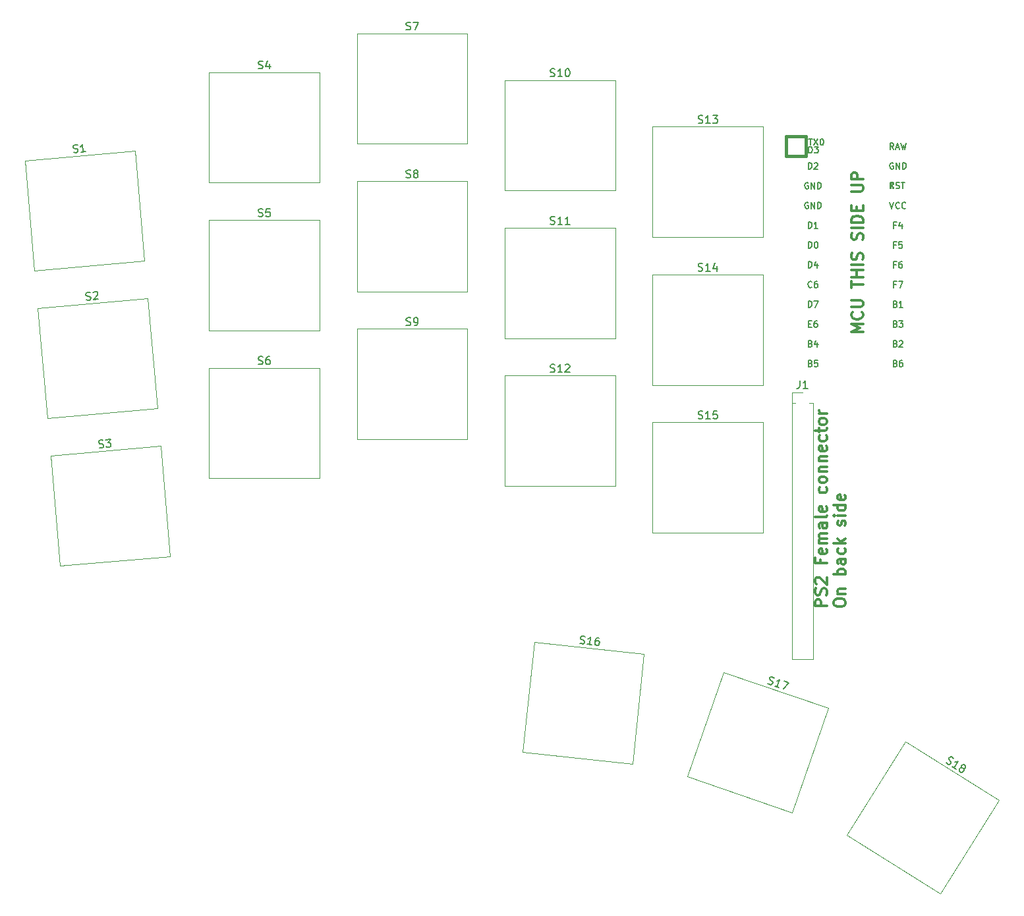
<source format=gto>
G04 #@! TF.GenerationSoftware,KiCad,Pcbnew,7.0.7*
G04 #@! TF.CreationDate,2023-11-26T11:13:30-07:00*
G04 #@! TF.ProjectId,TypeStationX,54797065-5374-4617-9469-6f6e582e6b69,rev?*
G04 #@! TF.SameCoordinates,Original*
G04 #@! TF.FileFunction,Legend,Top*
G04 #@! TF.FilePolarity,Positive*
%FSLAX46Y46*%
G04 Gerber Fmt 4.6, Leading zero omitted, Abs format (unit mm)*
G04 Created by KiCad (PCBNEW 7.0.7) date 2023-11-26 11:13:30*
%MOMM*%
%LPD*%
G01*
G04 APERTURE LIST*
G04 Aperture macros list*
%AMHorizOval*
0 Thick line with rounded ends*
0 $1 width*
0 $2 $3 position (X,Y) of the first rounded end (center of the circle)*
0 $4 $5 position (X,Y) of the second rounded end (center of the circle)*
0 Add line between two ends*
20,1,$1,$2,$3,$4,$5,0*
0 Add two circle primitives to create the rounded ends*
1,1,$1,$2,$3*
1,1,$1,$4,$5*%
%AMRotRect*
0 Rectangle, with rotation*
0 The origin of the aperture is its center*
0 $1 length*
0 $2 width*
0 $3 Rotation angle, in degrees counterclockwise*
0 Add horizontal line*
21,1,$1,$2,0,0,$3*%
G04 Aperture macros list end*
%ADD10C,0.300000*%
%ADD11C,0.150000*%
%ADD12C,0.120000*%
%ADD13C,0.381000*%
%ADD14R,1.752600X1.752600*%
%ADD15C,1.752600*%
%ADD16C,1.750000*%
%ADD17C,1.550000*%
%ADD18C,4.000000*%
%ADD19R,1.700000X1.700000*%
%ADD20O,1.700000X1.700000*%
%ADD21R,1.300000X1.778000*%
%ADD22O,1.300000X1.778000*%
%ADD23RotRect,1.778000X1.300000X95.000000*%
%ADD24HorizOval,1.300000X-0.020830X0.238091X0.020830X-0.238091X0*%
%ADD25RotRect,1.778000X1.300000X84.000000*%
%ADD26HorizOval,1.300000X0.024982X0.237691X-0.024982X-0.237691X0*%
%ADD27RotRect,1.778000X1.300000X71.000000*%
%ADD28HorizOval,1.300000X0.077811X0.225979X-0.077811X-0.225979X0*%
%ADD29RotRect,1.778000X1.300000X58.000000*%
%ADD30HorizOval,1.300000X0.126651X0.202683X-0.126651X-0.202683X0*%
G04 APERTURE END LIST*
D10*
X115109055Y-118144568D02*
X113609055Y-118144568D01*
X113609055Y-118144568D02*
X113609055Y-117573139D01*
X113609055Y-117573139D02*
X113680484Y-117430282D01*
X113680484Y-117430282D02*
X113751912Y-117358853D01*
X113751912Y-117358853D02*
X113894769Y-117287425D01*
X113894769Y-117287425D02*
X114109055Y-117287425D01*
X114109055Y-117287425D02*
X114251912Y-117358853D01*
X114251912Y-117358853D02*
X114323341Y-117430282D01*
X114323341Y-117430282D02*
X114394769Y-117573139D01*
X114394769Y-117573139D02*
X114394769Y-118144568D01*
X115037627Y-116715996D02*
X115109055Y-116501711D01*
X115109055Y-116501711D02*
X115109055Y-116144568D01*
X115109055Y-116144568D02*
X115037627Y-116001711D01*
X115037627Y-116001711D02*
X114966198Y-115930282D01*
X114966198Y-115930282D02*
X114823341Y-115858853D01*
X114823341Y-115858853D02*
X114680484Y-115858853D01*
X114680484Y-115858853D02*
X114537627Y-115930282D01*
X114537627Y-115930282D02*
X114466198Y-116001711D01*
X114466198Y-116001711D02*
X114394769Y-116144568D01*
X114394769Y-116144568D02*
X114323341Y-116430282D01*
X114323341Y-116430282D02*
X114251912Y-116573139D01*
X114251912Y-116573139D02*
X114180484Y-116644568D01*
X114180484Y-116644568D02*
X114037627Y-116715996D01*
X114037627Y-116715996D02*
X113894769Y-116715996D01*
X113894769Y-116715996D02*
X113751912Y-116644568D01*
X113751912Y-116644568D02*
X113680484Y-116573139D01*
X113680484Y-116573139D02*
X113609055Y-116430282D01*
X113609055Y-116430282D02*
X113609055Y-116073139D01*
X113609055Y-116073139D02*
X113680484Y-115858853D01*
X113751912Y-115287425D02*
X113680484Y-115215997D01*
X113680484Y-115215997D02*
X113609055Y-115073140D01*
X113609055Y-115073140D02*
X113609055Y-114715997D01*
X113609055Y-114715997D02*
X113680484Y-114573140D01*
X113680484Y-114573140D02*
X113751912Y-114501711D01*
X113751912Y-114501711D02*
X113894769Y-114430282D01*
X113894769Y-114430282D02*
X114037627Y-114430282D01*
X114037627Y-114430282D02*
X114251912Y-114501711D01*
X114251912Y-114501711D02*
X115109055Y-115358854D01*
X115109055Y-115358854D02*
X115109055Y-114430282D01*
X114323341Y-112144569D02*
X114323341Y-112644569D01*
X115109055Y-112644569D02*
X113609055Y-112644569D01*
X113609055Y-112644569D02*
X113609055Y-111930283D01*
X115037627Y-110787426D02*
X115109055Y-110930283D01*
X115109055Y-110930283D02*
X115109055Y-111215998D01*
X115109055Y-111215998D02*
X115037627Y-111358855D01*
X115037627Y-111358855D02*
X114894769Y-111430283D01*
X114894769Y-111430283D02*
X114323341Y-111430283D01*
X114323341Y-111430283D02*
X114180484Y-111358855D01*
X114180484Y-111358855D02*
X114109055Y-111215998D01*
X114109055Y-111215998D02*
X114109055Y-110930283D01*
X114109055Y-110930283D02*
X114180484Y-110787426D01*
X114180484Y-110787426D02*
X114323341Y-110715998D01*
X114323341Y-110715998D02*
X114466198Y-110715998D01*
X114466198Y-110715998D02*
X114609055Y-111430283D01*
X115109055Y-110073141D02*
X114109055Y-110073141D01*
X114251912Y-110073141D02*
X114180484Y-110001712D01*
X114180484Y-110001712D02*
X114109055Y-109858855D01*
X114109055Y-109858855D02*
X114109055Y-109644569D01*
X114109055Y-109644569D02*
X114180484Y-109501712D01*
X114180484Y-109501712D02*
X114323341Y-109430284D01*
X114323341Y-109430284D02*
X115109055Y-109430284D01*
X114323341Y-109430284D02*
X114180484Y-109358855D01*
X114180484Y-109358855D02*
X114109055Y-109215998D01*
X114109055Y-109215998D02*
X114109055Y-109001712D01*
X114109055Y-109001712D02*
X114180484Y-108858855D01*
X114180484Y-108858855D02*
X114323341Y-108787426D01*
X114323341Y-108787426D02*
X115109055Y-108787426D01*
X115109055Y-107430284D02*
X114323341Y-107430284D01*
X114323341Y-107430284D02*
X114180484Y-107501712D01*
X114180484Y-107501712D02*
X114109055Y-107644569D01*
X114109055Y-107644569D02*
X114109055Y-107930284D01*
X114109055Y-107930284D02*
X114180484Y-108073141D01*
X115037627Y-107430284D02*
X115109055Y-107573141D01*
X115109055Y-107573141D02*
X115109055Y-107930284D01*
X115109055Y-107930284D02*
X115037627Y-108073141D01*
X115037627Y-108073141D02*
X114894769Y-108144569D01*
X114894769Y-108144569D02*
X114751912Y-108144569D01*
X114751912Y-108144569D02*
X114609055Y-108073141D01*
X114609055Y-108073141D02*
X114537627Y-107930284D01*
X114537627Y-107930284D02*
X114537627Y-107573141D01*
X114537627Y-107573141D02*
X114466198Y-107430284D01*
X115109055Y-106501712D02*
X115037627Y-106644569D01*
X115037627Y-106644569D02*
X114894769Y-106715998D01*
X114894769Y-106715998D02*
X113609055Y-106715998D01*
X115037627Y-105358855D02*
X115109055Y-105501712D01*
X115109055Y-105501712D02*
X115109055Y-105787427D01*
X115109055Y-105787427D02*
X115037627Y-105930284D01*
X115037627Y-105930284D02*
X114894769Y-106001712D01*
X114894769Y-106001712D02*
X114323341Y-106001712D01*
X114323341Y-106001712D02*
X114180484Y-105930284D01*
X114180484Y-105930284D02*
X114109055Y-105787427D01*
X114109055Y-105787427D02*
X114109055Y-105501712D01*
X114109055Y-105501712D02*
X114180484Y-105358855D01*
X114180484Y-105358855D02*
X114323341Y-105287427D01*
X114323341Y-105287427D02*
X114466198Y-105287427D01*
X114466198Y-105287427D02*
X114609055Y-106001712D01*
X115037627Y-102858856D02*
X115109055Y-103001713D01*
X115109055Y-103001713D02*
X115109055Y-103287427D01*
X115109055Y-103287427D02*
X115037627Y-103430284D01*
X115037627Y-103430284D02*
X114966198Y-103501713D01*
X114966198Y-103501713D02*
X114823341Y-103573141D01*
X114823341Y-103573141D02*
X114394769Y-103573141D01*
X114394769Y-103573141D02*
X114251912Y-103501713D01*
X114251912Y-103501713D02*
X114180484Y-103430284D01*
X114180484Y-103430284D02*
X114109055Y-103287427D01*
X114109055Y-103287427D02*
X114109055Y-103001713D01*
X114109055Y-103001713D02*
X114180484Y-102858856D01*
X115109055Y-102001713D02*
X115037627Y-102144570D01*
X115037627Y-102144570D02*
X114966198Y-102215999D01*
X114966198Y-102215999D02*
X114823341Y-102287427D01*
X114823341Y-102287427D02*
X114394769Y-102287427D01*
X114394769Y-102287427D02*
X114251912Y-102215999D01*
X114251912Y-102215999D02*
X114180484Y-102144570D01*
X114180484Y-102144570D02*
X114109055Y-102001713D01*
X114109055Y-102001713D02*
X114109055Y-101787427D01*
X114109055Y-101787427D02*
X114180484Y-101644570D01*
X114180484Y-101644570D02*
X114251912Y-101573142D01*
X114251912Y-101573142D02*
X114394769Y-101501713D01*
X114394769Y-101501713D02*
X114823341Y-101501713D01*
X114823341Y-101501713D02*
X114966198Y-101573142D01*
X114966198Y-101573142D02*
X115037627Y-101644570D01*
X115037627Y-101644570D02*
X115109055Y-101787427D01*
X115109055Y-101787427D02*
X115109055Y-102001713D01*
X114109055Y-100858856D02*
X115109055Y-100858856D01*
X114251912Y-100858856D02*
X114180484Y-100787427D01*
X114180484Y-100787427D02*
X114109055Y-100644570D01*
X114109055Y-100644570D02*
X114109055Y-100430284D01*
X114109055Y-100430284D02*
X114180484Y-100287427D01*
X114180484Y-100287427D02*
X114323341Y-100215999D01*
X114323341Y-100215999D02*
X115109055Y-100215999D01*
X114109055Y-99501713D02*
X115109055Y-99501713D01*
X114251912Y-99501713D02*
X114180484Y-99430284D01*
X114180484Y-99430284D02*
X114109055Y-99287427D01*
X114109055Y-99287427D02*
X114109055Y-99073141D01*
X114109055Y-99073141D02*
X114180484Y-98930284D01*
X114180484Y-98930284D02*
X114323341Y-98858856D01*
X114323341Y-98858856D02*
X115109055Y-98858856D01*
X115037627Y-97573141D02*
X115109055Y-97715998D01*
X115109055Y-97715998D02*
X115109055Y-98001713D01*
X115109055Y-98001713D02*
X115037627Y-98144570D01*
X115037627Y-98144570D02*
X114894769Y-98215998D01*
X114894769Y-98215998D02*
X114323341Y-98215998D01*
X114323341Y-98215998D02*
X114180484Y-98144570D01*
X114180484Y-98144570D02*
X114109055Y-98001713D01*
X114109055Y-98001713D02*
X114109055Y-97715998D01*
X114109055Y-97715998D02*
X114180484Y-97573141D01*
X114180484Y-97573141D02*
X114323341Y-97501713D01*
X114323341Y-97501713D02*
X114466198Y-97501713D01*
X114466198Y-97501713D02*
X114609055Y-98215998D01*
X115037627Y-96215999D02*
X115109055Y-96358856D01*
X115109055Y-96358856D02*
X115109055Y-96644570D01*
X115109055Y-96644570D02*
X115037627Y-96787427D01*
X115037627Y-96787427D02*
X114966198Y-96858856D01*
X114966198Y-96858856D02*
X114823341Y-96930284D01*
X114823341Y-96930284D02*
X114394769Y-96930284D01*
X114394769Y-96930284D02*
X114251912Y-96858856D01*
X114251912Y-96858856D02*
X114180484Y-96787427D01*
X114180484Y-96787427D02*
X114109055Y-96644570D01*
X114109055Y-96644570D02*
X114109055Y-96358856D01*
X114109055Y-96358856D02*
X114180484Y-96215999D01*
X114109055Y-95787427D02*
X114109055Y-95215999D01*
X113609055Y-95573142D02*
X114894769Y-95573142D01*
X114894769Y-95573142D02*
X115037627Y-95501713D01*
X115037627Y-95501713D02*
X115109055Y-95358856D01*
X115109055Y-95358856D02*
X115109055Y-95215999D01*
X115109055Y-94501713D02*
X115037627Y-94644570D01*
X115037627Y-94644570D02*
X114966198Y-94715999D01*
X114966198Y-94715999D02*
X114823341Y-94787427D01*
X114823341Y-94787427D02*
X114394769Y-94787427D01*
X114394769Y-94787427D02*
X114251912Y-94715999D01*
X114251912Y-94715999D02*
X114180484Y-94644570D01*
X114180484Y-94644570D02*
X114109055Y-94501713D01*
X114109055Y-94501713D02*
X114109055Y-94287427D01*
X114109055Y-94287427D02*
X114180484Y-94144570D01*
X114180484Y-94144570D02*
X114251912Y-94073142D01*
X114251912Y-94073142D02*
X114394769Y-94001713D01*
X114394769Y-94001713D02*
X114823341Y-94001713D01*
X114823341Y-94001713D02*
X114966198Y-94073142D01*
X114966198Y-94073142D02*
X115037627Y-94144570D01*
X115037627Y-94144570D02*
X115109055Y-94287427D01*
X115109055Y-94287427D02*
X115109055Y-94501713D01*
X115109055Y-93358856D02*
X114109055Y-93358856D01*
X114394769Y-93358856D02*
X114251912Y-93287427D01*
X114251912Y-93287427D02*
X114180484Y-93215999D01*
X114180484Y-93215999D02*
X114109055Y-93073141D01*
X114109055Y-93073141D02*
X114109055Y-92930284D01*
X116024055Y-117858853D02*
X116024055Y-117573139D01*
X116024055Y-117573139D02*
X116095484Y-117430282D01*
X116095484Y-117430282D02*
X116238341Y-117287425D01*
X116238341Y-117287425D02*
X116524055Y-117215996D01*
X116524055Y-117215996D02*
X117024055Y-117215996D01*
X117024055Y-117215996D02*
X117309769Y-117287425D01*
X117309769Y-117287425D02*
X117452627Y-117430282D01*
X117452627Y-117430282D02*
X117524055Y-117573139D01*
X117524055Y-117573139D02*
X117524055Y-117858853D01*
X117524055Y-117858853D02*
X117452627Y-118001711D01*
X117452627Y-118001711D02*
X117309769Y-118144568D01*
X117309769Y-118144568D02*
X117024055Y-118215996D01*
X117024055Y-118215996D02*
X116524055Y-118215996D01*
X116524055Y-118215996D02*
X116238341Y-118144568D01*
X116238341Y-118144568D02*
X116095484Y-118001711D01*
X116095484Y-118001711D02*
X116024055Y-117858853D01*
X116524055Y-116573139D02*
X117524055Y-116573139D01*
X116666912Y-116573139D02*
X116595484Y-116501710D01*
X116595484Y-116501710D02*
X116524055Y-116358853D01*
X116524055Y-116358853D02*
X116524055Y-116144567D01*
X116524055Y-116144567D02*
X116595484Y-116001710D01*
X116595484Y-116001710D02*
X116738341Y-115930282D01*
X116738341Y-115930282D02*
X117524055Y-115930282D01*
X117524055Y-114073139D02*
X116024055Y-114073139D01*
X116595484Y-114073139D02*
X116524055Y-113930282D01*
X116524055Y-113930282D02*
X116524055Y-113644567D01*
X116524055Y-113644567D02*
X116595484Y-113501710D01*
X116595484Y-113501710D02*
X116666912Y-113430282D01*
X116666912Y-113430282D02*
X116809769Y-113358853D01*
X116809769Y-113358853D02*
X117238341Y-113358853D01*
X117238341Y-113358853D02*
X117381198Y-113430282D01*
X117381198Y-113430282D02*
X117452627Y-113501710D01*
X117452627Y-113501710D02*
X117524055Y-113644567D01*
X117524055Y-113644567D02*
X117524055Y-113930282D01*
X117524055Y-113930282D02*
X117452627Y-114073139D01*
X117524055Y-112073139D02*
X116738341Y-112073139D01*
X116738341Y-112073139D02*
X116595484Y-112144567D01*
X116595484Y-112144567D02*
X116524055Y-112287424D01*
X116524055Y-112287424D02*
X116524055Y-112573139D01*
X116524055Y-112573139D02*
X116595484Y-112715996D01*
X117452627Y-112073139D02*
X117524055Y-112215996D01*
X117524055Y-112215996D02*
X117524055Y-112573139D01*
X117524055Y-112573139D02*
X117452627Y-112715996D01*
X117452627Y-112715996D02*
X117309769Y-112787424D01*
X117309769Y-112787424D02*
X117166912Y-112787424D01*
X117166912Y-112787424D02*
X117024055Y-112715996D01*
X117024055Y-112715996D02*
X116952627Y-112573139D01*
X116952627Y-112573139D02*
X116952627Y-112215996D01*
X116952627Y-112215996D02*
X116881198Y-112073139D01*
X117452627Y-110715996D02*
X117524055Y-110858853D01*
X117524055Y-110858853D02*
X117524055Y-111144567D01*
X117524055Y-111144567D02*
X117452627Y-111287424D01*
X117452627Y-111287424D02*
X117381198Y-111358853D01*
X117381198Y-111358853D02*
X117238341Y-111430281D01*
X117238341Y-111430281D02*
X116809769Y-111430281D01*
X116809769Y-111430281D02*
X116666912Y-111358853D01*
X116666912Y-111358853D02*
X116595484Y-111287424D01*
X116595484Y-111287424D02*
X116524055Y-111144567D01*
X116524055Y-111144567D02*
X116524055Y-110858853D01*
X116524055Y-110858853D02*
X116595484Y-110715996D01*
X117524055Y-110073139D02*
X116024055Y-110073139D01*
X116952627Y-109930282D02*
X117524055Y-109501710D01*
X116524055Y-109501710D02*
X117095484Y-110073139D01*
X117452627Y-107787424D02*
X117524055Y-107644567D01*
X117524055Y-107644567D02*
X117524055Y-107358853D01*
X117524055Y-107358853D02*
X117452627Y-107215996D01*
X117452627Y-107215996D02*
X117309769Y-107144567D01*
X117309769Y-107144567D02*
X117238341Y-107144567D01*
X117238341Y-107144567D02*
X117095484Y-107215996D01*
X117095484Y-107215996D02*
X117024055Y-107358853D01*
X117024055Y-107358853D02*
X117024055Y-107573139D01*
X117024055Y-107573139D02*
X116952627Y-107715996D01*
X116952627Y-107715996D02*
X116809769Y-107787424D01*
X116809769Y-107787424D02*
X116738341Y-107787424D01*
X116738341Y-107787424D02*
X116595484Y-107715996D01*
X116595484Y-107715996D02*
X116524055Y-107573139D01*
X116524055Y-107573139D02*
X116524055Y-107358853D01*
X116524055Y-107358853D02*
X116595484Y-107215996D01*
X117524055Y-106501710D02*
X116524055Y-106501710D01*
X116024055Y-106501710D02*
X116095484Y-106573138D01*
X116095484Y-106573138D02*
X116166912Y-106501710D01*
X116166912Y-106501710D02*
X116095484Y-106430281D01*
X116095484Y-106430281D02*
X116024055Y-106501710D01*
X116024055Y-106501710D02*
X116166912Y-106501710D01*
X117524055Y-105144567D02*
X116024055Y-105144567D01*
X117452627Y-105144567D02*
X117524055Y-105287424D01*
X117524055Y-105287424D02*
X117524055Y-105573138D01*
X117524055Y-105573138D02*
X117452627Y-105715995D01*
X117452627Y-105715995D02*
X117381198Y-105787424D01*
X117381198Y-105787424D02*
X117238341Y-105858852D01*
X117238341Y-105858852D02*
X116809769Y-105858852D01*
X116809769Y-105858852D02*
X116666912Y-105787424D01*
X116666912Y-105787424D02*
X116595484Y-105715995D01*
X116595484Y-105715995D02*
X116524055Y-105573138D01*
X116524055Y-105573138D02*
X116524055Y-105287424D01*
X116524055Y-105287424D02*
X116595484Y-105144567D01*
X117452627Y-103858852D02*
X117524055Y-104001709D01*
X117524055Y-104001709D02*
X117524055Y-104287424D01*
X117524055Y-104287424D02*
X117452627Y-104430281D01*
X117452627Y-104430281D02*
X117309769Y-104501709D01*
X117309769Y-104501709D02*
X116738341Y-104501709D01*
X116738341Y-104501709D02*
X116595484Y-104430281D01*
X116595484Y-104430281D02*
X116524055Y-104287424D01*
X116524055Y-104287424D02*
X116524055Y-104001709D01*
X116524055Y-104001709D02*
X116595484Y-103858852D01*
X116595484Y-103858852D02*
X116738341Y-103787424D01*
X116738341Y-103787424D02*
X116881198Y-103787424D01*
X116881198Y-103787424D02*
X117024055Y-104501709D01*
X119774055Y-82894568D02*
X118274055Y-82894568D01*
X118274055Y-82894568D02*
X119345484Y-82394568D01*
X119345484Y-82394568D02*
X118274055Y-81894568D01*
X118274055Y-81894568D02*
X119774055Y-81894568D01*
X119631198Y-80323139D02*
X119702627Y-80394567D01*
X119702627Y-80394567D02*
X119774055Y-80608853D01*
X119774055Y-80608853D02*
X119774055Y-80751710D01*
X119774055Y-80751710D02*
X119702627Y-80965996D01*
X119702627Y-80965996D02*
X119559769Y-81108853D01*
X119559769Y-81108853D02*
X119416912Y-81180282D01*
X119416912Y-81180282D02*
X119131198Y-81251710D01*
X119131198Y-81251710D02*
X118916912Y-81251710D01*
X118916912Y-81251710D02*
X118631198Y-81180282D01*
X118631198Y-81180282D02*
X118488341Y-81108853D01*
X118488341Y-81108853D02*
X118345484Y-80965996D01*
X118345484Y-80965996D02*
X118274055Y-80751710D01*
X118274055Y-80751710D02*
X118274055Y-80608853D01*
X118274055Y-80608853D02*
X118345484Y-80394567D01*
X118345484Y-80394567D02*
X118416912Y-80323139D01*
X118274055Y-79680282D02*
X119488341Y-79680282D01*
X119488341Y-79680282D02*
X119631198Y-79608853D01*
X119631198Y-79608853D02*
X119702627Y-79537425D01*
X119702627Y-79537425D02*
X119774055Y-79394567D01*
X119774055Y-79394567D02*
X119774055Y-79108853D01*
X119774055Y-79108853D02*
X119702627Y-78965996D01*
X119702627Y-78965996D02*
X119631198Y-78894567D01*
X119631198Y-78894567D02*
X119488341Y-78823139D01*
X119488341Y-78823139D02*
X118274055Y-78823139D01*
X118274055Y-77180281D02*
X118274055Y-76323139D01*
X119774055Y-76751710D02*
X118274055Y-76751710D01*
X119774055Y-75823139D02*
X118274055Y-75823139D01*
X118988341Y-75823139D02*
X118988341Y-74965996D01*
X119774055Y-74965996D02*
X118274055Y-74965996D01*
X119774055Y-74251710D02*
X118274055Y-74251710D01*
X119702627Y-73608852D02*
X119774055Y-73394567D01*
X119774055Y-73394567D02*
X119774055Y-73037424D01*
X119774055Y-73037424D02*
X119702627Y-72894567D01*
X119702627Y-72894567D02*
X119631198Y-72823138D01*
X119631198Y-72823138D02*
X119488341Y-72751709D01*
X119488341Y-72751709D02*
X119345484Y-72751709D01*
X119345484Y-72751709D02*
X119202627Y-72823138D01*
X119202627Y-72823138D02*
X119131198Y-72894567D01*
X119131198Y-72894567D02*
X119059769Y-73037424D01*
X119059769Y-73037424D02*
X118988341Y-73323138D01*
X118988341Y-73323138D02*
X118916912Y-73465995D01*
X118916912Y-73465995D02*
X118845484Y-73537424D01*
X118845484Y-73537424D02*
X118702627Y-73608852D01*
X118702627Y-73608852D02*
X118559769Y-73608852D01*
X118559769Y-73608852D02*
X118416912Y-73537424D01*
X118416912Y-73537424D02*
X118345484Y-73465995D01*
X118345484Y-73465995D02*
X118274055Y-73323138D01*
X118274055Y-73323138D02*
X118274055Y-72965995D01*
X118274055Y-72965995D02*
X118345484Y-72751709D01*
X119702627Y-71037424D02*
X119774055Y-70823139D01*
X119774055Y-70823139D02*
X119774055Y-70465996D01*
X119774055Y-70465996D02*
X119702627Y-70323139D01*
X119702627Y-70323139D02*
X119631198Y-70251710D01*
X119631198Y-70251710D02*
X119488341Y-70180281D01*
X119488341Y-70180281D02*
X119345484Y-70180281D01*
X119345484Y-70180281D02*
X119202627Y-70251710D01*
X119202627Y-70251710D02*
X119131198Y-70323139D01*
X119131198Y-70323139D02*
X119059769Y-70465996D01*
X119059769Y-70465996D02*
X118988341Y-70751710D01*
X118988341Y-70751710D02*
X118916912Y-70894567D01*
X118916912Y-70894567D02*
X118845484Y-70965996D01*
X118845484Y-70965996D02*
X118702627Y-71037424D01*
X118702627Y-71037424D02*
X118559769Y-71037424D01*
X118559769Y-71037424D02*
X118416912Y-70965996D01*
X118416912Y-70965996D02*
X118345484Y-70894567D01*
X118345484Y-70894567D02*
X118274055Y-70751710D01*
X118274055Y-70751710D02*
X118274055Y-70394567D01*
X118274055Y-70394567D02*
X118345484Y-70180281D01*
X119774055Y-69537425D02*
X118274055Y-69537425D01*
X119774055Y-68823139D02*
X118274055Y-68823139D01*
X118274055Y-68823139D02*
X118274055Y-68465996D01*
X118274055Y-68465996D02*
X118345484Y-68251710D01*
X118345484Y-68251710D02*
X118488341Y-68108853D01*
X118488341Y-68108853D02*
X118631198Y-68037424D01*
X118631198Y-68037424D02*
X118916912Y-67965996D01*
X118916912Y-67965996D02*
X119131198Y-67965996D01*
X119131198Y-67965996D02*
X119416912Y-68037424D01*
X119416912Y-68037424D02*
X119559769Y-68108853D01*
X119559769Y-68108853D02*
X119702627Y-68251710D01*
X119702627Y-68251710D02*
X119774055Y-68465996D01*
X119774055Y-68465996D02*
X119774055Y-68823139D01*
X118988341Y-67323139D02*
X118988341Y-66823139D01*
X119774055Y-66608853D02*
X119774055Y-67323139D01*
X119774055Y-67323139D02*
X118274055Y-67323139D01*
X118274055Y-67323139D02*
X118274055Y-66608853D01*
X118274055Y-64823139D02*
X119488341Y-64823139D01*
X119488341Y-64823139D02*
X119631198Y-64751710D01*
X119631198Y-64751710D02*
X119702627Y-64680282D01*
X119702627Y-64680282D02*
X119774055Y-64537424D01*
X119774055Y-64537424D02*
X119774055Y-64251710D01*
X119774055Y-64251710D02*
X119702627Y-64108853D01*
X119702627Y-64108853D02*
X119631198Y-64037424D01*
X119631198Y-64037424D02*
X119488341Y-63965996D01*
X119488341Y-63965996D02*
X118274055Y-63965996D01*
X119774055Y-63251710D02*
X118274055Y-63251710D01*
X118274055Y-63251710D02*
X118274055Y-62680281D01*
X118274055Y-62680281D02*
X118345484Y-62537424D01*
X118345484Y-62537424D02*
X118416912Y-62465995D01*
X118416912Y-62465995D02*
X118559769Y-62394567D01*
X118559769Y-62394567D02*
X118774055Y-62394567D01*
X118774055Y-62394567D02*
X118916912Y-62465995D01*
X118916912Y-62465995D02*
X118988341Y-62537424D01*
X118988341Y-62537424D02*
X119059769Y-62680281D01*
X119059769Y-62680281D02*
X119059769Y-63251710D01*
D11*
X61085476Y-63010831D02*
X61228333Y-63058450D01*
X61228333Y-63058450D02*
X61466428Y-63058450D01*
X61466428Y-63058450D02*
X61561666Y-63010831D01*
X61561666Y-63010831D02*
X61609285Y-62963211D01*
X61609285Y-62963211D02*
X61656904Y-62867973D01*
X61656904Y-62867973D02*
X61656904Y-62772735D01*
X61656904Y-62772735D02*
X61609285Y-62677497D01*
X61609285Y-62677497D02*
X61561666Y-62629878D01*
X61561666Y-62629878D02*
X61466428Y-62582259D01*
X61466428Y-62582259D02*
X61275952Y-62534640D01*
X61275952Y-62534640D02*
X61180714Y-62487021D01*
X61180714Y-62487021D02*
X61133095Y-62439402D01*
X61133095Y-62439402D02*
X61085476Y-62344164D01*
X61085476Y-62344164D02*
X61085476Y-62248926D01*
X61085476Y-62248926D02*
X61133095Y-62153688D01*
X61133095Y-62153688D02*
X61180714Y-62106069D01*
X61180714Y-62106069D02*
X61275952Y-62058450D01*
X61275952Y-62058450D02*
X61514047Y-62058450D01*
X61514047Y-62058450D02*
X61656904Y-62106069D01*
X62228333Y-62487021D02*
X62133095Y-62439402D01*
X62133095Y-62439402D02*
X62085476Y-62391783D01*
X62085476Y-62391783D02*
X62037857Y-62296545D01*
X62037857Y-62296545D02*
X62037857Y-62248926D01*
X62037857Y-62248926D02*
X62085476Y-62153688D01*
X62085476Y-62153688D02*
X62133095Y-62106069D01*
X62133095Y-62106069D02*
X62228333Y-62058450D01*
X62228333Y-62058450D02*
X62418809Y-62058450D01*
X62418809Y-62058450D02*
X62514047Y-62106069D01*
X62514047Y-62106069D02*
X62561666Y-62153688D01*
X62561666Y-62153688D02*
X62609285Y-62248926D01*
X62609285Y-62248926D02*
X62609285Y-62296545D01*
X62609285Y-62296545D02*
X62561666Y-62391783D01*
X62561666Y-62391783D02*
X62514047Y-62439402D01*
X62514047Y-62439402D02*
X62418809Y-62487021D01*
X62418809Y-62487021D02*
X62228333Y-62487021D01*
X62228333Y-62487021D02*
X62133095Y-62534640D01*
X62133095Y-62534640D02*
X62085476Y-62582259D01*
X62085476Y-62582259D02*
X62037857Y-62677497D01*
X62037857Y-62677497D02*
X62037857Y-62867973D01*
X62037857Y-62867973D02*
X62085476Y-62963211D01*
X62085476Y-62963211D02*
X62133095Y-63010831D01*
X62133095Y-63010831D02*
X62228333Y-63058450D01*
X62228333Y-63058450D02*
X62418809Y-63058450D01*
X62418809Y-63058450D02*
X62514047Y-63010831D01*
X62514047Y-63010831D02*
X62561666Y-62963211D01*
X62561666Y-62963211D02*
X62609285Y-62867973D01*
X62609285Y-62867973D02*
X62609285Y-62677497D01*
X62609285Y-62677497D02*
X62561666Y-62582259D01*
X62561666Y-62582259D02*
X62514047Y-62534640D01*
X62514047Y-62534640D02*
X62418809Y-62487021D01*
X79609286Y-69010831D02*
X79752143Y-69058450D01*
X79752143Y-69058450D02*
X79990238Y-69058450D01*
X79990238Y-69058450D02*
X80085476Y-69010831D01*
X80085476Y-69010831D02*
X80133095Y-68963211D01*
X80133095Y-68963211D02*
X80180714Y-68867973D01*
X80180714Y-68867973D02*
X80180714Y-68772735D01*
X80180714Y-68772735D02*
X80133095Y-68677497D01*
X80133095Y-68677497D02*
X80085476Y-68629878D01*
X80085476Y-68629878D02*
X79990238Y-68582259D01*
X79990238Y-68582259D02*
X79799762Y-68534640D01*
X79799762Y-68534640D02*
X79704524Y-68487021D01*
X79704524Y-68487021D02*
X79656905Y-68439402D01*
X79656905Y-68439402D02*
X79609286Y-68344164D01*
X79609286Y-68344164D02*
X79609286Y-68248926D01*
X79609286Y-68248926D02*
X79656905Y-68153688D01*
X79656905Y-68153688D02*
X79704524Y-68106069D01*
X79704524Y-68106069D02*
X79799762Y-68058450D01*
X79799762Y-68058450D02*
X80037857Y-68058450D01*
X80037857Y-68058450D02*
X80180714Y-68106069D01*
X81133095Y-69058450D02*
X80561667Y-69058450D01*
X80847381Y-69058450D02*
X80847381Y-68058450D01*
X80847381Y-68058450D02*
X80752143Y-68201307D01*
X80752143Y-68201307D02*
X80656905Y-68296545D01*
X80656905Y-68296545D02*
X80561667Y-68344164D01*
X82085476Y-69058450D02*
X81514048Y-69058450D01*
X81799762Y-69058450D02*
X81799762Y-68058450D01*
X81799762Y-68058450D02*
X81704524Y-68201307D01*
X81704524Y-68201307D02*
X81609286Y-68296545D01*
X81609286Y-68296545D02*
X81514048Y-68344164D01*
X19990408Y-78777675D02*
X20136872Y-78812662D01*
X20136872Y-78812662D02*
X20374061Y-78791911D01*
X20374061Y-78791911D02*
X20464786Y-78736173D01*
X20464786Y-78736173D02*
X20508074Y-78684585D01*
X20508074Y-78684585D02*
X20547211Y-78585559D01*
X20547211Y-78585559D02*
X20538911Y-78490683D01*
X20538911Y-78490683D02*
X20483172Y-78399957D01*
X20483172Y-78399957D02*
X20431584Y-78356670D01*
X20431584Y-78356670D02*
X20332558Y-78317533D01*
X20332558Y-78317533D02*
X20138656Y-78286696D01*
X20138656Y-78286696D02*
X20039630Y-78247559D01*
X20039630Y-78247559D02*
X19988042Y-78204271D01*
X19988042Y-78204271D02*
X19932304Y-78113546D01*
X19932304Y-78113546D02*
X19924003Y-78018670D01*
X19924003Y-78018670D02*
X19963141Y-77919644D01*
X19963141Y-77919644D02*
X20006428Y-77868056D01*
X20006428Y-77868056D02*
X20097154Y-77812317D01*
X20097154Y-77812317D02*
X20334343Y-77791566D01*
X20334343Y-77791566D02*
X20480807Y-77826553D01*
X20864460Y-77840789D02*
X20907747Y-77789201D01*
X20907747Y-77789201D02*
X20998473Y-77733462D01*
X20998473Y-77733462D02*
X21235662Y-77712711D01*
X21235662Y-77712711D02*
X21334688Y-77751848D01*
X21334688Y-77751848D02*
X21386276Y-77795136D01*
X21386276Y-77795136D02*
X21442014Y-77885861D01*
X21442014Y-77885861D02*
X21450315Y-77980737D01*
X21450315Y-77980737D02*
X21415328Y-78127201D01*
X21415328Y-78127201D02*
X20895877Y-78746258D01*
X20895877Y-78746258D02*
X21512569Y-78692304D01*
X42085476Y-68010831D02*
X42228333Y-68058450D01*
X42228333Y-68058450D02*
X42466428Y-68058450D01*
X42466428Y-68058450D02*
X42561666Y-68010831D01*
X42561666Y-68010831D02*
X42609285Y-67963211D01*
X42609285Y-67963211D02*
X42656904Y-67867973D01*
X42656904Y-67867973D02*
X42656904Y-67772735D01*
X42656904Y-67772735D02*
X42609285Y-67677497D01*
X42609285Y-67677497D02*
X42561666Y-67629878D01*
X42561666Y-67629878D02*
X42466428Y-67582259D01*
X42466428Y-67582259D02*
X42275952Y-67534640D01*
X42275952Y-67534640D02*
X42180714Y-67487021D01*
X42180714Y-67487021D02*
X42133095Y-67439402D01*
X42133095Y-67439402D02*
X42085476Y-67344164D01*
X42085476Y-67344164D02*
X42085476Y-67248926D01*
X42085476Y-67248926D02*
X42133095Y-67153688D01*
X42133095Y-67153688D02*
X42180714Y-67106069D01*
X42180714Y-67106069D02*
X42275952Y-67058450D01*
X42275952Y-67058450D02*
X42514047Y-67058450D01*
X42514047Y-67058450D02*
X42656904Y-67106069D01*
X43561666Y-67058450D02*
X43085476Y-67058450D01*
X43085476Y-67058450D02*
X43037857Y-67534640D01*
X43037857Y-67534640D02*
X43085476Y-67487021D01*
X43085476Y-67487021D02*
X43180714Y-67439402D01*
X43180714Y-67439402D02*
X43418809Y-67439402D01*
X43418809Y-67439402D02*
X43514047Y-67487021D01*
X43514047Y-67487021D02*
X43561666Y-67534640D01*
X43561666Y-67534640D02*
X43609285Y-67629878D01*
X43609285Y-67629878D02*
X43609285Y-67867973D01*
X43609285Y-67867973D02*
X43561666Y-67963211D01*
X43561666Y-67963211D02*
X43514047Y-68010831D01*
X43514047Y-68010831D02*
X43418809Y-68058450D01*
X43418809Y-68058450D02*
X43180714Y-68058450D01*
X43180714Y-68058450D02*
X43085476Y-68010831D01*
X43085476Y-68010831D02*
X43037857Y-67963211D01*
X42085476Y-87010831D02*
X42228333Y-87058450D01*
X42228333Y-87058450D02*
X42466428Y-87058450D01*
X42466428Y-87058450D02*
X42561666Y-87010831D01*
X42561666Y-87010831D02*
X42609285Y-86963211D01*
X42609285Y-86963211D02*
X42656904Y-86867973D01*
X42656904Y-86867973D02*
X42656904Y-86772735D01*
X42656904Y-86772735D02*
X42609285Y-86677497D01*
X42609285Y-86677497D02*
X42561666Y-86629878D01*
X42561666Y-86629878D02*
X42466428Y-86582259D01*
X42466428Y-86582259D02*
X42275952Y-86534640D01*
X42275952Y-86534640D02*
X42180714Y-86487021D01*
X42180714Y-86487021D02*
X42133095Y-86439402D01*
X42133095Y-86439402D02*
X42085476Y-86344164D01*
X42085476Y-86344164D02*
X42085476Y-86248926D01*
X42085476Y-86248926D02*
X42133095Y-86153688D01*
X42133095Y-86153688D02*
X42180714Y-86106069D01*
X42180714Y-86106069D02*
X42275952Y-86058450D01*
X42275952Y-86058450D02*
X42514047Y-86058450D01*
X42514047Y-86058450D02*
X42656904Y-86106069D01*
X43514047Y-86058450D02*
X43323571Y-86058450D01*
X43323571Y-86058450D02*
X43228333Y-86106069D01*
X43228333Y-86106069D02*
X43180714Y-86153688D01*
X43180714Y-86153688D02*
X43085476Y-86296545D01*
X43085476Y-86296545D02*
X43037857Y-86487021D01*
X43037857Y-86487021D02*
X43037857Y-86867973D01*
X43037857Y-86867973D02*
X43085476Y-86963211D01*
X43085476Y-86963211D02*
X43133095Y-87010831D01*
X43133095Y-87010831D02*
X43228333Y-87058450D01*
X43228333Y-87058450D02*
X43418809Y-87058450D01*
X43418809Y-87058450D02*
X43514047Y-87010831D01*
X43514047Y-87010831D02*
X43561666Y-86963211D01*
X43561666Y-86963211D02*
X43609285Y-86867973D01*
X43609285Y-86867973D02*
X43609285Y-86629878D01*
X43609285Y-86629878D02*
X43561666Y-86534640D01*
X43561666Y-86534640D02*
X43514047Y-86487021D01*
X43514047Y-86487021D02*
X43418809Y-86439402D01*
X43418809Y-86439402D02*
X43228333Y-86439402D01*
X43228333Y-86439402D02*
X43133095Y-86487021D01*
X43133095Y-86487021D02*
X43085476Y-86534640D01*
X43085476Y-86534640D02*
X43037857Y-86629878D01*
X18353131Y-59807910D02*
X18499595Y-59842897D01*
X18499595Y-59842897D02*
X18736784Y-59822146D01*
X18736784Y-59822146D02*
X18827509Y-59766408D01*
X18827509Y-59766408D02*
X18870797Y-59714820D01*
X18870797Y-59714820D02*
X18909934Y-59615794D01*
X18909934Y-59615794D02*
X18901634Y-59520918D01*
X18901634Y-59520918D02*
X18845895Y-59430192D01*
X18845895Y-59430192D02*
X18794307Y-59386905D01*
X18794307Y-59386905D02*
X18695281Y-59347768D01*
X18695281Y-59347768D02*
X18501379Y-59316931D01*
X18501379Y-59316931D02*
X18402353Y-59277794D01*
X18402353Y-59277794D02*
X18350765Y-59234506D01*
X18350765Y-59234506D02*
X18295027Y-59143781D01*
X18295027Y-59143781D02*
X18286726Y-59048905D01*
X18286726Y-59048905D02*
X18325864Y-58949879D01*
X18325864Y-58949879D02*
X18369151Y-58898291D01*
X18369151Y-58898291D02*
X18459877Y-58842552D01*
X18459877Y-58842552D02*
X18697066Y-58821801D01*
X18697066Y-58821801D02*
X18843530Y-58856788D01*
X19875292Y-59722539D02*
X19306038Y-59772343D01*
X19590665Y-59747441D02*
X19503509Y-58751246D01*
X19503509Y-58751246D02*
X19421084Y-58901860D01*
X19421084Y-58901860D02*
X19334509Y-59005037D01*
X19334509Y-59005037D02*
X19243784Y-59060775D01*
X61085476Y-44010831D02*
X61228333Y-44058450D01*
X61228333Y-44058450D02*
X61466428Y-44058450D01*
X61466428Y-44058450D02*
X61561666Y-44010831D01*
X61561666Y-44010831D02*
X61609285Y-43963211D01*
X61609285Y-43963211D02*
X61656904Y-43867973D01*
X61656904Y-43867973D02*
X61656904Y-43772735D01*
X61656904Y-43772735D02*
X61609285Y-43677497D01*
X61609285Y-43677497D02*
X61561666Y-43629878D01*
X61561666Y-43629878D02*
X61466428Y-43582259D01*
X61466428Y-43582259D02*
X61275952Y-43534640D01*
X61275952Y-43534640D02*
X61180714Y-43487021D01*
X61180714Y-43487021D02*
X61133095Y-43439402D01*
X61133095Y-43439402D02*
X61085476Y-43344164D01*
X61085476Y-43344164D02*
X61085476Y-43248926D01*
X61085476Y-43248926D02*
X61133095Y-43153688D01*
X61133095Y-43153688D02*
X61180714Y-43106069D01*
X61180714Y-43106069D02*
X61275952Y-43058450D01*
X61275952Y-43058450D02*
X61514047Y-43058450D01*
X61514047Y-43058450D02*
X61656904Y-43106069D01*
X61990238Y-43058450D02*
X62656904Y-43058450D01*
X62656904Y-43058450D02*
X62228333Y-44058450D01*
X83404679Y-122911417D02*
X83541776Y-122973707D01*
X83541776Y-122973707D02*
X83778567Y-122998595D01*
X83778567Y-122998595D02*
X83878261Y-122961192D01*
X83878261Y-122961192D02*
X83930597Y-122918811D01*
X83930597Y-122918811D02*
X83987910Y-122829073D01*
X83987910Y-122829073D02*
X83997865Y-122734356D01*
X83997865Y-122734356D02*
X83960462Y-122634662D01*
X83960462Y-122634662D02*
X83918081Y-122582327D01*
X83918081Y-122582327D02*
X83828343Y-122525013D01*
X83828343Y-122525013D02*
X83643887Y-122457745D01*
X83643887Y-122457745D02*
X83554148Y-122400432D01*
X83554148Y-122400432D02*
X83511768Y-122348096D01*
X83511768Y-122348096D02*
X83474365Y-122248402D01*
X83474365Y-122248402D02*
X83484320Y-122153686D01*
X83484320Y-122153686D02*
X83541633Y-122063947D01*
X83541633Y-122063947D02*
X83593969Y-122021566D01*
X83593969Y-122021566D02*
X83693663Y-121984163D01*
X83693663Y-121984163D02*
X83930454Y-122009051D01*
X83930454Y-122009051D02*
X84067551Y-122071342D01*
X84915164Y-123118056D02*
X84346865Y-123058326D01*
X84631014Y-123088191D02*
X84735543Y-122093669D01*
X84735543Y-122093669D02*
X84625894Y-122225789D01*
X84625894Y-122225789D02*
X84521222Y-122310550D01*
X84521222Y-122310550D02*
X84421529Y-122347953D01*
X85872139Y-122213130D02*
X85682707Y-122193220D01*
X85682707Y-122193220D02*
X85583013Y-122230623D01*
X85583013Y-122230623D02*
X85530677Y-122273004D01*
X85530677Y-122273004D02*
X85421028Y-122405123D01*
X85421028Y-122405123D02*
X85353760Y-122589578D01*
X85353760Y-122589578D02*
X85313939Y-122968444D01*
X85313939Y-122968444D02*
X85351342Y-123068138D01*
X85351342Y-123068138D02*
X85393723Y-123120474D01*
X85393723Y-123120474D02*
X85483462Y-123177787D01*
X85483462Y-123177787D02*
X85672895Y-123197697D01*
X85672895Y-123197697D02*
X85772588Y-123160294D01*
X85772588Y-123160294D02*
X85824924Y-123117913D01*
X85824924Y-123117913D02*
X85882237Y-123028175D01*
X85882237Y-123028175D02*
X85907125Y-122791384D01*
X85907125Y-122791384D02*
X85869722Y-122691690D01*
X85869722Y-122691690D02*
X85827341Y-122639354D01*
X85827341Y-122639354D02*
X85737603Y-122582041D01*
X85737603Y-122582041D02*
X85548170Y-122562130D01*
X85548170Y-122562130D02*
X85448476Y-122599534D01*
X85448476Y-122599534D02*
X85396140Y-122641914D01*
X85396140Y-122641914D02*
X85338827Y-122731653D01*
X79609286Y-50010831D02*
X79752143Y-50058450D01*
X79752143Y-50058450D02*
X79990238Y-50058450D01*
X79990238Y-50058450D02*
X80085476Y-50010831D01*
X80085476Y-50010831D02*
X80133095Y-49963211D01*
X80133095Y-49963211D02*
X80180714Y-49867973D01*
X80180714Y-49867973D02*
X80180714Y-49772735D01*
X80180714Y-49772735D02*
X80133095Y-49677497D01*
X80133095Y-49677497D02*
X80085476Y-49629878D01*
X80085476Y-49629878D02*
X79990238Y-49582259D01*
X79990238Y-49582259D02*
X79799762Y-49534640D01*
X79799762Y-49534640D02*
X79704524Y-49487021D01*
X79704524Y-49487021D02*
X79656905Y-49439402D01*
X79656905Y-49439402D02*
X79609286Y-49344164D01*
X79609286Y-49344164D02*
X79609286Y-49248926D01*
X79609286Y-49248926D02*
X79656905Y-49153688D01*
X79656905Y-49153688D02*
X79704524Y-49106069D01*
X79704524Y-49106069D02*
X79799762Y-49058450D01*
X79799762Y-49058450D02*
X80037857Y-49058450D01*
X80037857Y-49058450D02*
X80180714Y-49106069D01*
X81133095Y-50058450D02*
X80561667Y-50058450D01*
X80847381Y-50058450D02*
X80847381Y-49058450D01*
X80847381Y-49058450D02*
X80752143Y-49201307D01*
X80752143Y-49201307D02*
X80656905Y-49296545D01*
X80656905Y-49296545D02*
X80561667Y-49344164D01*
X81752143Y-49058450D02*
X81847381Y-49058450D01*
X81847381Y-49058450D02*
X81942619Y-49106069D01*
X81942619Y-49106069D02*
X81990238Y-49153688D01*
X81990238Y-49153688D02*
X82037857Y-49248926D01*
X82037857Y-49248926D02*
X82085476Y-49439402D01*
X82085476Y-49439402D02*
X82085476Y-49677497D01*
X82085476Y-49677497D02*
X82037857Y-49867973D01*
X82037857Y-49867973D02*
X81990238Y-49963211D01*
X81990238Y-49963211D02*
X81942619Y-50010831D01*
X81942619Y-50010831D02*
X81847381Y-50058450D01*
X81847381Y-50058450D02*
X81752143Y-50058450D01*
X81752143Y-50058450D02*
X81656905Y-50010831D01*
X81656905Y-50010831D02*
X81609286Y-49963211D01*
X81609286Y-49963211D02*
X81561667Y-49867973D01*
X81561667Y-49867973D02*
X81514048Y-49677497D01*
X81514048Y-49677497D02*
X81514048Y-49439402D01*
X81514048Y-49439402D02*
X81561667Y-49248926D01*
X81561667Y-49248926D02*
X81609286Y-49153688D01*
X81609286Y-49153688D02*
X81656905Y-49106069D01*
X81656905Y-49106069D02*
X81752143Y-49058450D01*
X130449582Y-138239889D02*
X130545498Y-138355975D01*
X130545498Y-138355975D02*
X130747414Y-138482147D01*
X130747414Y-138482147D02*
X130853415Y-138492232D01*
X130853415Y-138492232D02*
X130919032Y-138477083D01*
X130919032Y-138477083D02*
X131009884Y-138421551D01*
X131009884Y-138421551D02*
X131060353Y-138340784D01*
X131060353Y-138340784D02*
X131070438Y-138234783D01*
X131070438Y-138234783D02*
X131055289Y-138169166D01*
X131055289Y-138169166D02*
X130999757Y-138078314D01*
X130999757Y-138078314D02*
X130863458Y-137936994D01*
X130863458Y-137936994D02*
X130807926Y-137846142D01*
X130807926Y-137846142D02*
X130792777Y-137780525D01*
X130792777Y-137780525D02*
X130802862Y-137674524D01*
X130802862Y-137674524D02*
X130853330Y-137593758D01*
X130853330Y-137593758D02*
X130944182Y-137538225D01*
X130944182Y-137538225D02*
X131009800Y-137523076D01*
X131009800Y-137523076D02*
X131115800Y-137533162D01*
X131115800Y-137533162D02*
X131317717Y-137659333D01*
X131317717Y-137659333D02*
X131413632Y-137775419D01*
X131716612Y-139087769D02*
X131232013Y-138784958D01*
X131474313Y-138936363D02*
X132004232Y-138088315D01*
X132004232Y-138088315D02*
X131847763Y-138158996D01*
X131847763Y-138158996D02*
X131716528Y-138189294D01*
X131716528Y-138189294D02*
X131610527Y-138179209D01*
X132504022Y-138905981D02*
X132448490Y-138815129D01*
X132448490Y-138815129D02*
X132433341Y-138749512D01*
X132433341Y-138749512D02*
X132443426Y-138643511D01*
X132443426Y-138643511D02*
X132468660Y-138603128D01*
X132468660Y-138603128D02*
X132559512Y-138547595D01*
X132559512Y-138547595D02*
X132625129Y-138532446D01*
X132625129Y-138532446D02*
X132731130Y-138542532D01*
X132731130Y-138542532D02*
X132892663Y-138643469D01*
X132892663Y-138643469D02*
X132948195Y-138734320D01*
X132948195Y-138734320D02*
X132963344Y-138799938D01*
X132963344Y-138799938D02*
X132953259Y-138905939D01*
X132953259Y-138905939D02*
X132928025Y-138946322D01*
X132928025Y-138946322D02*
X132837173Y-139001854D01*
X132837173Y-139001854D02*
X132771556Y-139017003D01*
X132771556Y-139017003D02*
X132665555Y-139006918D01*
X132665555Y-139006918D02*
X132504022Y-138905981D01*
X132504022Y-138905981D02*
X132398021Y-138895896D01*
X132398021Y-138895896D02*
X132332404Y-138911045D01*
X132332404Y-138911045D02*
X132241552Y-138966577D01*
X132241552Y-138966577D02*
X132140615Y-139128110D01*
X132140615Y-139128110D02*
X132130530Y-139234110D01*
X132130530Y-139234110D02*
X132145679Y-139299728D01*
X132145679Y-139299728D02*
X132201211Y-139390580D01*
X132201211Y-139390580D02*
X132362744Y-139491517D01*
X132362744Y-139491517D02*
X132468745Y-139501602D01*
X132468745Y-139501602D02*
X132534362Y-139486453D01*
X132534362Y-139486453D02*
X132625214Y-139430921D01*
X132625214Y-139430921D02*
X132726151Y-139269388D01*
X132726151Y-139269388D02*
X132736236Y-139163387D01*
X132736236Y-139163387D02*
X132721087Y-139097770D01*
X132721087Y-139097770D02*
X132665555Y-139006918D01*
X42085476Y-49010831D02*
X42228333Y-49058450D01*
X42228333Y-49058450D02*
X42466428Y-49058450D01*
X42466428Y-49058450D02*
X42561666Y-49010831D01*
X42561666Y-49010831D02*
X42609285Y-48963211D01*
X42609285Y-48963211D02*
X42656904Y-48867973D01*
X42656904Y-48867973D02*
X42656904Y-48772735D01*
X42656904Y-48772735D02*
X42609285Y-48677497D01*
X42609285Y-48677497D02*
X42561666Y-48629878D01*
X42561666Y-48629878D02*
X42466428Y-48582259D01*
X42466428Y-48582259D02*
X42275952Y-48534640D01*
X42275952Y-48534640D02*
X42180714Y-48487021D01*
X42180714Y-48487021D02*
X42133095Y-48439402D01*
X42133095Y-48439402D02*
X42085476Y-48344164D01*
X42085476Y-48344164D02*
X42085476Y-48248926D01*
X42085476Y-48248926D02*
X42133095Y-48153688D01*
X42133095Y-48153688D02*
X42180714Y-48106069D01*
X42180714Y-48106069D02*
X42275952Y-48058450D01*
X42275952Y-48058450D02*
X42514047Y-48058450D01*
X42514047Y-48058450D02*
X42656904Y-48106069D01*
X43514047Y-48391783D02*
X43514047Y-49058450D01*
X43275952Y-48010831D02*
X43037857Y-48725116D01*
X43037857Y-48725116D02*
X43656904Y-48725116D01*
X107562284Y-128058966D02*
X107681854Y-128150501D01*
X107681854Y-128150501D02*
X107906978Y-128228017D01*
X107906978Y-128228017D02*
X108012530Y-128213999D01*
X108012530Y-128213999D02*
X108073058Y-128184477D01*
X108073058Y-128184477D02*
X108149090Y-128109931D01*
X108149090Y-128109931D02*
X108180096Y-128019882D01*
X108180096Y-128019882D02*
X108166078Y-127914329D01*
X108166078Y-127914329D02*
X108136556Y-127853801D01*
X108136556Y-127853801D02*
X108062010Y-127777770D01*
X108062010Y-127777770D02*
X107897415Y-127670732D01*
X107897415Y-127670732D02*
X107822869Y-127594701D01*
X107822869Y-127594701D02*
X107793347Y-127534173D01*
X107793347Y-127534173D02*
X107779329Y-127428621D01*
X107779329Y-127428621D02*
X107810335Y-127338571D01*
X107810335Y-127338571D02*
X107886367Y-127264025D01*
X107886367Y-127264025D02*
X107946895Y-127234504D01*
X107946895Y-127234504D02*
X108052447Y-127220486D01*
X108052447Y-127220486D02*
X108277571Y-127298002D01*
X108277571Y-127298002D02*
X108397141Y-127389536D01*
X108987571Y-128600095D02*
X108447274Y-128414056D01*
X108717422Y-128507076D02*
X109042991Y-127561557D01*
X109042991Y-127561557D02*
X108906431Y-127665625D01*
X108906431Y-127665625D02*
X108785376Y-127724667D01*
X108785376Y-127724667D02*
X108679823Y-127738686D01*
X109628312Y-127763099D02*
X110258657Y-127980145D01*
X110258657Y-127980145D02*
X109527867Y-128786134D01*
X111666666Y-89124819D02*
X111666666Y-89839104D01*
X111666666Y-89839104D02*
X111619047Y-89981961D01*
X111619047Y-89981961D02*
X111523809Y-90077200D01*
X111523809Y-90077200D02*
X111380952Y-90124819D01*
X111380952Y-90124819D02*
X111285714Y-90124819D01*
X112666666Y-90124819D02*
X112095238Y-90124819D01*
X112380952Y-90124819D02*
X112380952Y-89124819D01*
X112380952Y-89124819D02*
X112285714Y-89267676D01*
X112285714Y-89267676D02*
X112190476Y-89362914D01*
X112190476Y-89362914D02*
X112095238Y-89410533D01*
X21639039Y-97766215D02*
X21785503Y-97801202D01*
X21785503Y-97801202D02*
X22022692Y-97780451D01*
X22022692Y-97780451D02*
X22113417Y-97724713D01*
X22113417Y-97724713D02*
X22156705Y-97673125D01*
X22156705Y-97673125D02*
X22195842Y-97574099D01*
X22195842Y-97574099D02*
X22187542Y-97479223D01*
X22187542Y-97479223D02*
X22131803Y-97388497D01*
X22131803Y-97388497D02*
X22080215Y-97345210D01*
X22080215Y-97345210D02*
X21981189Y-97306073D01*
X21981189Y-97306073D02*
X21787287Y-97275236D01*
X21787287Y-97275236D02*
X21688261Y-97236099D01*
X21688261Y-97236099D02*
X21636673Y-97192811D01*
X21636673Y-97192811D02*
X21580935Y-97102086D01*
X21580935Y-97102086D02*
X21572634Y-97007210D01*
X21572634Y-97007210D02*
X21611772Y-96908184D01*
X21611772Y-96908184D02*
X21655059Y-96856596D01*
X21655059Y-96856596D02*
X21745785Y-96800857D01*
X21745785Y-96800857D02*
X21982974Y-96780106D01*
X21982974Y-96780106D02*
X22129438Y-96815093D01*
X22457352Y-96738603D02*
X23074044Y-96684650D01*
X23074044Y-96684650D02*
X22775182Y-97093204D01*
X22775182Y-97093204D02*
X22917495Y-97080754D01*
X22917495Y-97080754D02*
X23016521Y-97119891D01*
X23016521Y-97119891D02*
X23068109Y-97163178D01*
X23068109Y-97163178D02*
X23123848Y-97253904D01*
X23123848Y-97253904D02*
X23144599Y-97491093D01*
X23144599Y-97491093D02*
X23105462Y-97590119D01*
X23105462Y-97590119D02*
X23062174Y-97641707D01*
X23062174Y-97641707D02*
X22971449Y-97697446D01*
X22971449Y-97697446D02*
X22686822Y-97722347D01*
X22686822Y-97722347D02*
X22587796Y-97683210D01*
X22587796Y-97683210D02*
X22536208Y-97639922D01*
X98609286Y-75010831D02*
X98752143Y-75058450D01*
X98752143Y-75058450D02*
X98990238Y-75058450D01*
X98990238Y-75058450D02*
X99085476Y-75010831D01*
X99085476Y-75010831D02*
X99133095Y-74963211D01*
X99133095Y-74963211D02*
X99180714Y-74867973D01*
X99180714Y-74867973D02*
X99180714Y-74772735D01*
X99180714Y-74772735D02*
X99133095Y-74677497D01*
X99133095Y-74677497D02*
X99085476Y-74629878D01*
X99085476Y-74629878D02*
X98990238Y-74582259D01*
X98990238Y-74582259D02*
X98799762Y-74534640D01*
X98799762Y-74534640D02*
X98704524Y-74487021D01*
X98704524Y-74487021D02*
X98656905Y-74439402D01*
X98656905Y-74439402D02*
X98609286Y-74344164D01*
X98609286Y-74344164D02*
X98609286Y-74248926D01*
X98609286Y-74248926D02*
X98656905Y-74153688D01*
X98656905Y-74153688D02*
X98704524Y-74106069D01*
X98704524Y-74106069D02*
X98799762Y-74058450D01*
X98799762Y-74058450D02*
X99037857Y-74058450D01*
X99037857Y-74058450D02*
X99180714Y-74106069D01*
X100133095Y-75058450D02*
X99561667Y-75058450D01*
X99847381Y-75058450D02*
X99847381Y-74058450D01*
X99847381Y-74058450D02*
X99752143Y-74201307D01*
X99752143Y-74201307D02*
X99656905Y-74296545D01*
X99656905Y-74296545D02*
X99561667Y-74344164D01*
X100990238Y-74391783D02*
X100990238Y-75058450D01*
X100752143Y-74010831D02*
X100514048Y-74725116D01*
X100514048Y-74725116D02*
X101133095Y-74725116D01*
X98609286Y-56010831D02*
X98752143Y-56058450D01*
X98752143Y-56058450D02*
X98990238Y-56058450D01*
X98990238Y-56058450D02*
X99085476Y-56010831D01*
X99085476Y-56010831D02*
X99133095Y-55963211D01*
X99133095Y-55963211D02*
X99180714Y-55867973D01*
X99180714Y-55867973D02*
X99180714Y-55772735D01*
X99180714Y-55772735D02*
X99133095Y-55677497D01*
X99133095Y-55677497D02*
X99085476Y-55629878D01*
X99085476Y-55629878D02*
X98990238Y-55582259D01*
X98990238Y-55582259D02*
X98799762Y-55534640D01*
X98799762Y-55534640D02*
X98704524Y-55487021D01*
X98704524Y-55487021D02*
X98656905Y-55439402D01*
X98656905Y-55439402D02*
X98609286Y-55344164D01*
X98609286Y-55344164D02*
X98609286Y-55248926D01*
X98609286Y-55248926D02*
X98656905Y-55153688D01*
X98656905Y-55153688D02*
X98704524Y-55106069D01*
X98704524Y-55106069D02*
X98799762Y-55058450D01*
X98799762Y-55058450D02*
X99037857Y-55058450D01*
X99037857Y-55058450D02*
X99180714Y-55106069D01*
X100133095Y-56058450D02*
X99561667Y-56058450D01*
X99847381Y-56058450D02*
X99847381Y-55058450D01*
X99847381Y-55058450D02*
X99752143Y-55201307D01*
X99752143Y-55201307D02*
X99656905Y-55296545D01*
X99656905Y-55296545D02*
X99561667Y-55344164D01*
X100466429Y-55058450D02*
X101085476Y-55058450D01*
X101085476Y-55058450D02*
X100752143Y-55439402D01*
X100752143Y-55439402D02*
X100895000Y-55439402D01*
X100895000Y-55439402D02*
X100990238Y-55487021D01*
X100990238Y-55487021D02*
X101037857Y-55534640D01*
X101037857Y-55534640D02*
X101085476Y-55629878D01*
X101085476Y-55629878D02*
X101085476Y-55867973D01*
X101085476Y-55867973D02*
X101037857Y-55963211D01*
X101037857Y-55963211D02*
X100990238Y-56010831D01*
X100990238Y-56010831D02*
X100895000Y-56058450D01*
X100895000Y-56058450D02*
X100609286Y-56058450D01*
X100609286Y-56058450D02*
X100514048Y-56010831D01*
X100514048Y-56010831D02*
X100466429Y-55963211D01*
X79609286Y-88010831D02*
X79752143Y-88058450D01*
X79752143Y-88058450D02*
X79990238Y-88058450D01*
X79990238Y-88058450D02*
X80085476Y-88010831D01*
X80085476Y-88010831D02*
X80133095Y-87963211D01*
X80133095Y-87963211D02*
X80180714Y-87867973D01*
X80180714Y-87867973D02*
X80180714Y-87772735D01*
X80180714Y-87772735D02*
X80133095Y-87677497D01*
X80133095Y-87677497D02*
X80085476Y-87629878D01*
X80085476Y-87629878D02*
X79990238Y-87582259D01*
X79990238Y-87582259D02*
X79799762Y-87534640D01*
X79799762Y-87534640D02*
X79704524Y-87487021D01*
X79704524Y-87487021D02*
X79656905Y-87439402D01*
X79656905Y-87439402D02*
X79609286Y-87344164D01*
X79609286Y-87344164D02*
X79609286Y-87248926D01*
X79609286Y-87248926D02*
X79656905Y-87153688D01*
X79656905Y-87153688D02*
X79704524Y-87106069D01*
X79704524Y-87106069D02*
X79799762Y-87058450D01*
X79799762Y-87058450D02*
X80037857Y-87058450D01*
X80037857Y-87058450D02*
X80180714Y-87106069D01*
X81133095Y-88058450D02*
X80561667Y-88058450D01*
X80847381Y-88058450D02*
X80847381Y-87058450D01*
X80847381Y-87058450D02*
X80752143Y-87201307D01*
X80752143Y-87201307D02*
X80656905Y-87296545D01*
X80656905Y-87296545D02*
X80561667Y-87344164D01*
X81514048Y-87153688D02*
X81561667Y-87106069D01*
X81561667Y-87106069D02*
X81656905Y-87058450D01*
X81656905Y-87058450D02*
X81895000Y-87058450D01*
X81895000Y-87058450D02*
X81990238Y-87106069D01*
X81990238Y-87106069D02*
X82037857Y-87153688D01*
X82037857Y-87153688D02*
X82085476Y-87248926D01*
X82085476Y-87248926D02*
X82085476Y-87344164D01*
X82085476Y-87344164D02*
X82037857Y-87487021D01*
X82037857Y-87487021D02*
X81466429Y-88058450D01*
X81466429Y-88058450D02*
X82085476Y-88058450D01*
X61085476Y-82010831D02*
X61228333Y-82058450D01*
X61228333Y-82058450D02*
X61466428Y-82058450D01*
X61466428Y-82058450D02*
X61561666Y-82010831D01*
X61561666Y-82010831D02*
X61609285Y-81963211D01*
X61609285Y-81963211D02*
X61656904Y-81867973D01*
X61656904Y-81867973D02*
X61656904Y-81772735D01*
X61656904Y-81772735D02*
X61609285Y-81677497D01*
X61609285Y-81677497D02*
X61561666Y-81629878D01*
X61561666Y-81629878D02*
X61466428Y-81582259D01*
X61466428Y-81582259D02*
X61275952Y-81534640D01*
X61275952Y-81534640D02*
X61180714Y-81487021D01*
X61180714Y-81487021D02*
X61133095Y-81439402D01*
X61133095Y-81439402D02*
X61085476Y-81344164D01*
X61085476Y-81344164D02*
X61085476Y-81248926D01*
X61085476Y-81248926D02*
X61133095Y-81153688D01*
X61133095Y-81153688D02*
X61180714Y-81106069D01*
X61180714Y-81106069D02*
X61275952Y-81058450D01*
X61275952Y-81058450D02*
X61514047Y-81058450D01*
X61514047Y-81058450D02*
X61656904Y-81106069D01*
X62133095Y-82058450D02*
X62323571Y-82058450D01*
X62323571Y-82058450D02*
X62418809Y-82010831D01*
X62418809Y-82010831D02*
X62466428Y-81963211D01*
X62466428Y-81963211D02*
X62561666Y-81820354D01*
X62561666Y-81820354D02*
X62609285Y-81629878D01*
X62609285Y-81629878D02*
X62609285Y-81248926D01*
X62609285Y-81248926D02*
X62561666Y-81153688D01*
X62561666Y-81153688D02*
X62514047Y-81106069D01*
X62514047Y-81106069D02*
X62418809Y-81058450D01*
X62418809Y-81058450D02*
X62228333Y-81058450D01*
X62228333Y-81058450D02*
X62133095Y-81106069D01*
X62133095Y-81106069D02*
X62085476Y-81153688D01*
X62085476Y-81153688D02*
X62037857Y-81248926D01*
X62037857Y-81248926D02*
X62037857Y-81487021D01*
X62037857Y-81487021D02*
X62085476Y-81582259D01*
X62085476Y-81582259D02*
X62133095Y-81629878D01*
X62133095Y-81629878D02*
X62228333Y-81677497D01*
X62228333Y-81677497D02*
X62418809Y-81677497D01*
X62418809Y-81677497D02*
X62514047Y-81629878D01*
X62514047Y-81629878D02*
X62561666Y-81582259D01*
X62561666Y-81582259D02*
X62609285Y-81487021D01*
X98609286Y-94010831D02*
X98752143Y-94058450D01*
X98752143Y-94058450D02*
X98990238Y-94058450D01*
X98990238Y-94058450D02*
X99085476Y-94010831D01*
X99085476Y-94010831D02*
X99133095Y-93963211D01*
X99133095Y-93963211D02*
X99180714Y-93867973D01*
X99180714Y-93867973D02*
X99180714Y-93772735D01*
X99180714Y-93772735D02*
X99133095Y-93677497D01*
X99133095Y-93677497D02*
X99085476Y-93629878D01*
X99085476Y-93629878D02*
X98990238Y-93582259D01*
X98990238Y-93582259D02*
X98799762Y-93534640D01*
X98799762Y-93534640D02*
X98704524Y-93487021D01*
X98704524Y-93487021D02*
X98656905Y-93439402D01*
X98656905Y-93439402D02*
X98609286Y-93344164D01*
X98609286Y-93344164D02*
X98609286Y-93248926D01*
X98609286Y-93248926D02*
X98656905Y-93153688D01*
X98656905Y-93153688D02*
X98704524Y-93106069D01*
X98704524Y-93106069D02*
X98799762Y-93058450D01*
X98799762Y-93058450D02*
X99037857Y-93058450D01*
X99037857Y-93058450D02*
X99180714Y-93106069D01*
X100133095Y-94058450D02*
X99561667Y-94058450D01*
X99847381Y-94058450D02*
X99847381Y-93058450D01*
X99847381Y-93058450D02*
X99752143Y-93201307D01*
X99752143Y-93201307D02*
X99656905Y-93296545D01*
X99656905Y-93296545D02*
X99561667Y-93344164D01*
X101037857Y-93058450D02*
X100561667Y-93058450D01*
X100561667Y-93058450D02*
X100514048Y-93534640D01*
X100514048Y-93534640D02*
X100561667Y-93487021D01*
X100561667Y-93487021D02*
X100656905Y-93439402D01*
X100656905Y-93439402D02*
X100895000Y-93439402D01*
X100895000Y-93439402D02*
X100990238Y-93487021D01*
X100990238Y-93487021D02*
X101037857Y-93534640D01*
X101037857Y-93534640D02*
X101085476Y-93629878D01*
X101085476Y-93629878D02*
X101085476Y-93867973D01*
X101085476Y-93867973D02*
X101037857Y-93963211D01*
X101037857Y-93963211D02*
X100990238Y-94010831D01*
X100990238Y-94010831D02*
X100895000Y-94058450D01*
X100895000Y-94058450D02*
X100656905Y-94058450D01*
X100656905Y-94058450D02*
X100561667Y-94010831D01*
X100561667Y-94010831D02*
X100514048Y-93963211D01*
X123994333Y-74213247D02*
X123727667Y-74213247D01*
X123727667Y-74632295D02*
X123727667Y-73832295D01*
X123727667Y-73832295D02*
X124108619Y-73832295D01*
X124756238Y-73832295D02*
X124603857Y-73832295D01*
X124603857Y-73832295D02*
X124527666Y-73870390D01*
X124527666Y-73870390D02*
X124489571Y-73908485D01*
X124489571Y-73908485D02*
X124413381Y-74022771D01*
X124413381Y-74022771D02*
X124375285Y-74175152D01*
X124375285Y-74175152D02*
X124375285Y-74479914D01*
X124375285Y-74479914D02*
X124413381Y-74556104D01*
X124413381Y-74556104D02*
X124451476Y-74594200D01*
X124451476Y-74594200D02*
X124527666Y-74632295D01*
X124527666Y-74632295D02*
X124680047Y-74632295D01*
X124680047Y-74632295D02*
X124756238Y-74594200D01*
X124756238Y-74594200D02*
X124794333Y-74556104D01*
X124794333Y-74556104D02*
X124832428Y-74479914D01*
X124832428Y-74479914D02*
X124832428Y-74289438D01*
X124832428Y-74289438D02*
X124794333Y-74213247D01*
X124794333Y-74213247D02*
X124756238Y-74175152D01*
X124756238Y-74175152D02*
X124680047Y-74137057D01*
X124680047Y-74137057D02*
X124527666Y-74137057D01*
X124527666Y-74137057D02*
X124451476Y-74175152D01*
X124451476Y-74175152D02*
X124413381Y-74213247D01*
X124413381Y-74213247D02*
X124375285Y-74289438D01*
X112809523Y-58062295D02*
X113266666Y-58062295D01*
X113038094Y-58862295D02*
X113038094Y-58062295D01*
X113457142Y-58062295D02*
X113990476Y-58862295D01*
X113990476Y-58062295D02*
X113457142Y-58862295D01*
X114447619Y-58062295D02*
X114523809Y-58062295D01*
X114523809Y-58062295D02*
X114600000Y-58100390D01*
X114600000Y-58100390D02*
X114638095Y-58138485D01*
X114638095Y-58138485D02*
X114676190Y-58214676D01*
X114676190Y-58214676D02*
X114714285Y-58367057D01*
X114714285Y-58367057D02*
X114714285Y-58557533D01*
X114714285Y-58557533D02*
X114676190Y-58709914D01*
X114676190Y-58709914D02*
X114638095Y-58786104D01*
X114638095Y-58786104D02*
X114600000Y-58824200D01*
X114600000Y-58824200D02*
X114523809Y-58862295D01*
X114523809Y-58862295D02*
X114447619Y-58862295D01*
X114447619Y-58862295D02*
X114371428Y-58824200D01*
X114371428Y-58824200D02*
X114333333Y-58786104D01*
X114333333Y-58786104D02*
X114295238Y-58709914D01*
X114295238Y-58709914D02*
X114257142Y-58557533D01*
X114257142Y-58557533D02*
X114257142Y-58367057D01*
X114257142Y-58367057D02*
X114295238Y-58214676D01*
X114295238Y-58214676D02*
X114333333Y-58138485D01*
X114333333Y-58138485D02*
X114371428Y-58100390D01*
X114371428Y-58100390D02*
X114447619Y-58062295D01*
X112748524Y-61932295D02*
X112748524Y-61132295D01*
X112748524Y-61132295D02*
X112939000Y-61132295D01*
X112939000Y-61132295D02*
X113053286Y-61170390D01*
X113053286Y-61170390D02*
X113129476Y-61246580D01*
X113129476Y-61246580D02*
X113167571Y-61322771D01*
X113167571Y-61322771D02*
X113205667Y-61475152D01*
X113205667Y-61475152D02*
X113205667Y-61589438D01*
X113205667Y-61589438D02*
X113167571Y-61741819D01*
X113167571Y-61741819D02*
X113129476Y-61818009D01*
X113129476Y-61818009D02*
X113053286Y-61894200D01*
X113053286Y-61894200D02*
X112939000Y-61932295D01*
X112939000Y-61932295D02*
X112748524Y-61932295D01*
X113510428Y-61208485D02*
X113548524Y-61170390D01*
X113548524Y-61170390D02*
X113624714Y-61132295D01*
X113624714Y-61132295D02*
X113815190Y-61132295D01*
X113815190Y-61132295D02*
X113891381Y-61170390D01*
X113891381Y-61170390D02*
X113929476Y-61208485D01*
X113929476Y-61208485D02*
X113967571Y-61284676D01*
X113967571Y-61284676D02*
X113967571Y-61360866D01*
X113967571Y-61360866D02*
X113929476Y-61475152D01*
X113929476Y-61475152D02*
X113472333Y-61932295D01*
X113472333Y-61932295D02*
X113967571Y-61932295D01*
X112748524Y-69552295D02*
X112748524Y-68752295D01*
X112748524Y-68752295D02*
X112939000Y-68752295D01*
X112939000Y-68752295D02*
X113053286Y-68790390D01*
X113053286Y-68790390D02*
X113129476Y-68866580D01*
X113129476Y-68866580D02*
X113167571Y-68942771D01*
X113167571Y-68942771D02*
X113205667Y-69095152D01*
X113205667Y-69095152D02*
X113205667Y-69209438D01*
X113205667Y-69209438D02*
X113167571Y-69361819D01*
X113167571Y-69361819D02*
X113129476Y-69438009D01*
X113129476Y-69438009D02*
X113053286Y-69514200D01*
X113053286Y-69514200D02*
X112939000Y-69552295D01*
X112939000Y-69552295D02*
X112748524Y-69552295D01*
X113967571Y-69552295D02*
X113510428Y-69552295D01*
X113739000Y-69552295D02*
X113739000Y-68752295D01*
X113739000Y-68752295D02*
X113662809Y-68866580D01*
X113662809Y-68866580D02*
X113586619Y-68942771D01*
X113586619Y-68942771D02*
X113510428Y-68980866D01*
X112729476Y-63710390D02*
X112653286Y-63672295D01*
X112653286Y-63672295D02*
X112539000Y-63672295D01*
X112539000Y-63672295D02*
X112424714Y-63710390D01*
X112424714Y-63710390D02*
X112348524Y-63786580D01*
X112348524Y-63786580D02*
X112310429Y-63862771D01*
X112310429Y-63862771D02*
X112272333Y-64015152D01*
X112272333Y-64015152D02*
X112272333Y-64129438D01*
X112272333Y-64129438D02*
X112310429Y-64281819D01*
X112310429Y-64281819D02*
X112348524Y-64358009D01*
X112348524Y-64358009D02*
X112424714Y-64434200D01*
X112424714Y-64434200D02*
X112539000Y-64472295D01*
X112539000Y-64472295D02*
X112615191Y-64472295D01*
X112615191Y-64472295D02*
X112729476Y-64434200D01*
X112729476Y-64434200D02*
X112767572Y-64396104D01*
X112767572Y-64396104D02*
X112767572Y-64129438D01*
X112767572Y-64129438D02*
X112615191Y-64129438D01*
X113110429Y-64472295D02*
X113110429Y-63672295D01*
X113110429Y-63672295D02*
X113567572Y-64472295D01*
X113567572Y-64472295D02*
X113567572Y-63672295D01*
X113948524Y-64472295D02*
X113948524Y-63672295D01*
X113948524Y-63672295D02*
X114139000Y-63672295D01*
X114139000Y-63672295D02*
X114253286Y-63710390D01*
X114253286Y-63710390D02*
X114329476Y-63786580D01*
X114329476Y-63786580D02*
X114367571Y-63862771D01*
X114367571Y-63862771D02*
X114405667Y-64015152D01*
X114405667Y-64015152D02*
X114405667Y-64129438D01*
X114405667Y-64129438D02*
X114367571Y-64281819D01*
X114367571Y-64281819D02*
X114329476Y-64358009D01*
X114329476Y-64358009D02*
X114253286Y-64434200D01*
X114253286Y-64434200D02*
X114139000Y-64472295D01*
X114139000Y-64472295D02*
X113948524Y-64472295D01*
X123999786Y-64404200D02*
X124114072Y-64442295D01*
X124114072Y-64442295D02*
X124304548Y-64442295D01*
X124304548Y-64442295D02*
X124380739Y-64404200D01*
X124380739Y-64404200D02*
X124418834Y-64366104D01*
X124418834Y-64366104D02*
X124456929Y-64289914D01*
X124456929Y-64289914D02*
X124456929Y-64213723D01*
X124456929Y-64213723D02*
X124418834Y-64137533D01*
X124418834Y-64137533D02*
X124380739Y-64099438D01*
X124380739Y-64099438D02*
X124304548Y-64061342D01*
X124304548Y-64061342D02*
X124152167Y-64023247D01*
X124152167Y-64023247D02*
X124075977Y-63985152D01*
X124075977Y-63985152D02*
X124037882Y-63947057D01*
X124037882Y-63947057D02*
X123999786Y-63870866D01*
X123999786Y-63870866D02*
X123999786Y-63794676D01*
X123999786Y-63794676D02*
X124037882Y-63718485D01*
X124037882Y-63718485D02*
X124075977Y-63680390D01*
X124075977Y-63680390D02*
X124152167Y-63642295D01*
X124152167Y-63642295D02*
X124342644Y-63642295D01*
X124342644Y-63642295D02*
X124456929Y-63680390D01*
X124685501Y-63642295D02*
X125142644Y-63642295D01*
X124914072Y-64442295D02*
X124914072Y-63642295D01*
X123937190Y-81833247D02*
X124051476Y-81871342D01*
X124051476Y-81871342D02*
X124089571Y-81909438D01*
X124089571Y-81909438D02*
X124127667Y-81985628D01*
X124127667Y-81985628D02*
X124127667Y-82099914D01*
X124127667Y-82099914D02*
X124089571Y-82176104D01*
X124089571Y-82176104D02*
X124051476Y-82214200D01*
X124051476Y-82214200D02*
X123975286Y-82252295D01*
X123975286Y-82252295D02*
X123670524Y-82252295D01*
X123670524Y-82252295D02*
X123670524Y-81452295D01*
X123670524Y-81452295D02*
X123937190Y-81452295D01*
X123937190Y-81452295D02*
X124013381Y-81490390D01*
X124013381Y-81490390D02*
X124051476Y-81528485D01*
X124051476Y-81528485D02*
X124089571Y-81604676D01*
X124089571Y-81604676D02*
X124089571Y-81680866D01*
X124089571Y-81680866D02*
X124051476Y-81757057D01*
X124051476Y-81757057D02*
X124013381Y-81795152D01*
X124013381Y-81795152D02*
X123937190Y-81833247D01*
X123937190Y-81833247D02*
X123670524Y-81833247D01*
X124394333Y-81452295D02*
X124889571Y-81452295D01*
X124889571Y-81452295D02*
X124622905Y-81757057D01*
X124622905Y-81757057D02*
X124737190Y-81757057D01*
X124737190Y-81757057D02*
X124813381Y-81795152D01*
X124813381Y-81795152D02*
X124851476Y-81833247D01*
X124851476Y-81833247D02*
X124889571Y-81909438D01*
X124889571Y-81909438D02*
X124889571Y-82099914D01*
X124889571Y-82099914D02*
X124851476Y-82176104D01*
X124851476Y-82176104D02*
X124813381Y-82214200D01*
X124813381Y-82214200D02*
X124737190Y-82252295D01*
X124737190Y-82252295D02*
X124508619Y-82252295D01*
X124508619Y-82252295D02*
X124432428Y-82214200D01*
X124432428Y-82214200D02*
X124394333Y-82176104D01*
X123994333Y-71673247D02*
X123727667Y-71673247D01*
X123727667Y-72092295D02*
X123727667Y-71292295D01*
X123727667Y-71292295D02*
X124108619Y-71292295D01*
X124794333Y-71292295D02*
X124413381Y-71292295D01*
X124413381Y-71292295D02*
X124375285Y-71673247D01*
X124375285Y-71673247D02*
X124413381Y-71635152D01*
X124413381Y-71635152D02*
X124489571Y-71597057D01*
X124489571Y-71597057D02*
X124680047Y-71597057D01*
X124680047Y-71597057D02*
X124756238Y-71635152D01*
X124756238Y-71635152D02*
X124794333Y-71673247D01*
X124794333Y-71673247D02*
X124832428Y-71749438D01*
X124832428Y-71749438D02*
X124832428Y-71939914D01*
X124832428Y-71939914D02*
X124794333Y-72016104D01*
X124794333Y-72016104D02*
X124756238Y-72054200D01*
X124756238Y-72054200D02*
X124680047Y-72092295D01*
X124680047Y-72092295D02*
X124489571Y-72092295D01*
X124489571Y-72092295D02*
X124413381Y-72054200D01*
X124413381Y-72054200D02*
X124375285Y-72016104D01*
X123194333Y-66212295D02*
X123461000Y-67012295D01*
X123461000Y-67012295D02*
X123727666Y-66212295D01*
X124451476Y-66936104D02*
X124413380Y-66974200D01*
X124413380Y-66974200D02*
X124299095Y-67012295D01*
X124299095Y-67012295D02*
X124222904Y-67012295D01*
X124222904Y-67012295D02*
X124108618Y-66974200D01*
X124108618Y-66974200D02*
X124032428Y-66898009D01*
X124032428Y-66898009D02*
X123994333Y-66821819D01*
X123994333Y-66821819D02*
X123956237Y-66669438D01*
X123956237Y-66669438D02*
X123956237Y-66555152D01*
X123956237Y-66555152D02*
X123994333Y-66402771D01*
X123994333Y-66402771D02*
X124032428Y-66326580D01*
X124032428Y-66326580D02*
X124108618Y-66250390D01*
X124108618Y-66250390D02*
X124222904Y-66212295D01*
X124222904Y-66212295D02*
X124299095Y-66212295D01*
X124299095Y-66212295D02*
X124413380Y-66250390D01*
X124413380Y-66250390D02*
X124451476Y-66288485D01*
X125251476Y-66936104D02*
X125213380Y-66974200D01*
X125213380Y-66974200D02*
X125099095Y-67012295D01*
X125099095Y-67012295D02*
X125022904Y-67012295D01*
X125022904Y-67012295D02*
X124908618Y-66974200D01*
X124908618Y-66974200D02*
X124832428Y-66898009D01*
X124832428Y-66898009D02*
X124794333Y-66821819D01*
X124794333Y-66821819D02*
X124756237Y-66669438D01*
X124756237Y-66669438D02*
X124756237Y-66555152D01*
X124756237Y-66555152D02*
X124794333Y-66402771D01*
X124794333Y-66402771D02*
X124832428Y-66326580D01*
X124832428Y-66326580D02*
X124908618Y-66250390D01*
X124908618Y-66250390D02*
X125022904Y-66212295D01*
X125022904Y-66212295D02*
X125099095Y-66212295D01*
X125099095Y-66212295D02*
X125213380Y-66250390D01*
X125213380Y-66250390D02*
X125251476Y-66288485D01*
X112748524Y-74632295D02*
X112748524Y-73832295D01*
X112748524Y-73832295D02*
X112939000Y-73832295D01*
X112939000Y-73832295D02*
X113053286Y-73870390D01*
X113053286Y-73870390D02*
X113129476Y-73946580D01*
X113129476Y-73946580D02*
X113167571Y-74022771D01*
X113167571Y-74022771D02*
X113205667Y-74175152D01*
X113205667Y-74175152D02*
X113205667Y-74289438D01*
X113205667Y-74289438D02*
X113167571Y-74441819D01*
X113167571Y-74441819D02*
X113129476Y-74518009D01*
X113129476Y-74518009D02*
X113053286Y-74594200D01*
X113053286Y-74594200D02*
X112939000Y-74632295D01*
X112939000Y-74632295D02*
X112748524Y-74632295D01*
X113891381Y-74098961D02*
X113891381Y-74632295D01*
X113700905Y-73794200D02*
X113510428Y-74365628D01*
X113510428Y-74365628D02*
X114005667Y-74365628D01*
X123708619Y-59392295D02*
X123441952Y-59011342D01*
X123251476Y-59392295D02*
X123251476Y-58592295D01*
X123251476Y-58592295D02*
X123556238Y-58592295D01*
X123556238Y-58592295D02*
X123632428Y-58630390D01*
X123632428Y-58630390D02*
X123670523Y-58668485D01*
X123670523Y-58668485D02*
X123708619Y-58744676D01*
X123708619Y-58744676D02*
X123708619Y-58858961D01*
X123708619Y-58858961D02*
X123670523Y-58935152D01*
X123670523Y-58935152D02*
X123632428Y-58973247D01*
X123632428Y-58973247D02*
X123556238Y-59011342D01*
X123556238Y-59011342D02*
X123251476Y-59011342D01*
X124013380Y-59163723D02*
X124394333Y-59163723D01*
X123937190Y-59392295D02*
X124203857Y-58592295D01*
X124203857Y-58592295D02*
X124470523Y-59392295D01*
X124660999Y-58592295D02*
X124851475Y-59392295D01*
X124851475Y-59392295D02*
X125003856Y-58820866D01*
X125003856Y-58820866D02*
X125156237Y-59392295D01*
X125156237Y-59392295D02*
X125346714Y-58592295D01*
X112786619Y-81833247D02*
X113053285Y-81833247D01*
X113167571Y-82252295D02*
X112786619Y-82252295D01*
X112786619Y-82252295D02*
X112786619Y-81452295D01*
X112786619Y-81452295D02*
X113167571Y-81452295D01*
X113853286Y-81452295D02*
X113700905Y-81452295D01*
X113700905Y-81452295D02*
X113624714Y-81490390D01*
X113624714Y-81490390D02*
X113586619Y-81528485D01*
X113586619Y-81528485D02*
X113510429Y-81642771D01*
X113510429Y-81642771D02*
X113472333Y-81795152D01*
X113472333Y-81795152D02*
X113472333Y-82099914D01*
X113472333Y-82099914D02*
X113510429Y-82176104D01*
X113510429Y-82176104D02*
X113548524Y-82214200D01*
X113548524Y-82214200D02*
X113624714Y-82252295D01*
X113624714Y-82252295D02*
X113777095Y-82252295D01*
X113777095Y-82252295D02*
X113853286Y-82214200D01*
X113853286Y-82214200D02*
X113891381Y-82176104D01*
X113891381Y-82176104D02*
X113929476Y-82099914D01*
X113929476Y-82099914D02*
X113929476Y-81909438D01*
X113929476Y-81909438D02*
X113891381Y-81833247D01*
X113891381Y-81833247D02*
X113853286Y-81795152D01*
X113853286Y-81795152D02*
X113777095Y-81757057D01*
X113777095Y-81757057D02*
X113624714Y-81757057D01*
X113624714Y-81757057D02*
X113548524Y-81795152D01*
X113548524Y-81795152D02*
X113510429Y-81833247D01*
X113510429Y-81833247D02*
X113472333Y-81909438D01*
X123937190Y-84373247D02*
X124051476Y-84411342D01*
X124051476Y-84411342D02*
X124089571Y-84449438D01*
X124089571Y-84449438D02*
X124127667Y-84525628D01*
X124127667Y-84525628D02*
X124127667Y-84639914D01*
X124127667Y-84639914D02*
X124089571Y-84716104D01*
X124089571Y-84716104D02*
X124051476Y-84754200D01*
X124051476Y-84754200D02*
X123975286Y-84792295D01*
X123975286Y-84792295D02*
X123670524Y-84792295D01*
X123670524Y-84792295D02*
X123670524Y-83992295D01*
X123670524Y-83992295D02*
X123937190Y-83992295D01*
X123937190Y-83992295D02*
X124013381Y-84030390D01*
X124013381Y-84030390D02*
X124051476Y-84068485D01*
X124051476Y-84068485D02*
X124089571Y-84144676D01*
X124089571Y-84144676D02*
X124089571Y-84220866D01*
X124089571Y-84220866D02*
X124051476Y-84297057D01*
X124051476Y-84297057D02*
X124013381Y-84335152D01*
X124013381Y-84335152D02*
X123937190Y-84373247D01*
X123937190Y-84373247D02*
X123670524Y-84373247D01*
X124432428Y-84068485D02*
X124470524Y-84030390D01*
X124470524Y-84030390D02*
X124546714Y-83992295D01*
X124546714Y-83992295D02*
X124737190Y-83992295D01*
X124737190Y-83992295D02*
X124813381Y-84030390D01*
X124813381Y-84030390D02*
X124851476Y-84068485D01*
X124851476Y-84068485D02*
X124889571Y-84144676D01*
X124889571Y-84144676D02*
X124889571Y-84220866D01*
X124889571Y-84220866D02*
X124851476Y-84335152D01*
X124851476Y-84335152D02*
X124394333Y-84792295D01*
X124394333Y-84792295D02*
X124889571Y-84792295D01*
X112729476Y-66250390D02*
X112653286Y-66212295D01*
X112653286Y-66212295D02*
X112539000Y-66212295D01*
X112539000Y-66212295D02*
X112424714Y-66250390D01*
X112424714Y-66250390D02*
X112348524Y-66326580D01*
X112348524Y-66326580D02*
X112310429Y-66402771D01*
X112310429Y-66402771D02*
X112272333Y-66555152D01*
X112272333Y-66555152D02*
X112272333Y-66669438D01*
X112272333Y-66669438D02*
X112310429Y-66821819D01*
X112310429Y-66821819D02*
X112348524Y-66898009D01*
X112348524Y-66898009D02*
X112424714Y-66974200D01*
X112424714Y-66974200D02*
X112539000Y-67012295D01*
X112539000Y-67012295D02*
X112615191Y-67012295D01*
X112615191Y-67012295D02*
X112729476Y-66974200D01*
X112729476Y-66974200D02*
X112767572Y-66936104D01*
X112767572Y-66936104D02*
X112767572Y-66669438D01*
X112767572Y-66669438D02*
X112615191Y-66669438D01*
X113110429Y-67012295D02*
X113110429Y-66212295D01*
X113110429Y-66212295D02*
X113567572Y-67012295D01*
X113567572Y-67012295D02*
X113567572Y-66212295D01*
X113948524Y-67012295D02*
X113948524Y-66212295D01*
X113948524Y-66212295D02*
X114139000Y-66212295D01*
X114139000Y-66212295D02*
X114253286Y-66250390D01*
X114253286Y-66250390D02*
X114329476Y-66326580D01*
X114329476Y-66326580D02*
X114367571Y-66402771D01*
X114367571Y-66402771D02*
X114405667Y-66555152D01*
X114405667Y-66555152D02*
X114405667Y-66669438D01*
X114405667Y-66669438D02*
X114367571Y-66821819D01*
X114367571Y-66821819D02*
X114329476Y-66898009D01*
X114329476Y-66898009D02*
X114253286Y-66974200D01*
X114253286Y-66974200D02*
X114139000Y-67012295D01*
X114139000Y-67012295D02*
X113948524Y-67012295D01*
X112748524Y-79712295D02*
X112748524Y-78912295D01*
X112748524Y-78912295D02*
X112939000Y-78912295D01*
X112939000Y-78912295D02*
X113053286Y-78950390D01*
X113053286Y-78950390D02*
X113129476Y-79026580D01*
X113129476Y-79026580D02*
X113167571Y-79102771D01*
X113167571Y-79102771D02*
X113205667Y-79255152D01*
X113205667Y-79255152D02*
X113205667Y-79369438D01*
X113205667Y-79369438D02*
X113167571Y-79521819D01*
X113167571Y-79521819D02*
X113129476Y-79598009D01*
X113129476Y-79598009D02*
X113053286Y-79674200D01*
X113053286Y-79674200D02*
X112939000Y-79712295D01*
X112939000Y-79712295D02*
X112748524Y-79712295D01*
X113472333Y-78912295D02*
X114005667Y-78912295D01*
X114005667Y-78912295D02*
X113662809Y-79712295D01*
X123994333Y-76753247D02*
X123727667Y-76753247D01*
X123727667Y-77172295D02*
X123727667Y-76372295D01*
X123727667Y-76372295D02*
X124108619Y-76372295D01*
X124337190Y-76372295D02*
X124870524Y-76372295D01*
X124870524Y-76372295D02*
X124527666Y-77172295D01*
X123651476Y-61170390D02*
X123575286Y-61132295D01*
X123575286Y-61132295D02*
X123461000Y-61132295D01*
X123461000Y-61132295D02*
X123346714Y-61170390D01*
X123346714Y-61170390D02*
X123270524Y-61246580D01*
X123270524Y-61246580D02*
X123232429Y-61322771D01*
X123232429Y-61322771D02*
X123194333Y-61475152D01*
X123194333Y-61475152D02*
X123194333Y-61589438D01*
X123194333Y-61589438D02*
X123232429Y-61741819D01*
X123232429Y-61741819D02*
X123270524Y-61818009D01*
X123270524Y-61818009D02*
X123346714Y-61894200D01*
X123346714Y-61894200D02*
X123461000Y-61932295D01*
X123461000Y-61932295D02*
X123537191Y-61932295D01*
X123537191Y-61932295D02*
X123651476Y-61894200D01*
X123651476Y-61894200D02*
X123689572Y-61856104D01*
X123689572Y-61856104D02*
X123689572Y-61589438D01*
X123689572Y-61589438D02*
X123537191Y-61589438D01*
X124032429Y-61932295D02*
X124032429Y-61132295D01*
X124032429Y-61132295D02*
X124489572Y-61932295D01*
X124489572Y-61932295D02*
X124489572Y-61132295D01*
X124870524Y-61932295D02*
X124870524Y-61132295D01*
X124870524Y-61132295D02*
X125061000Y-61132295D01*
X125061000Y-61132295D02*
X125175286Y-61170390D01*
X125175286Y-61170390D02*
X125251476Y-61246580D01*
X125251476Y-61246580D02*
X125289571Y-61322771D01*
X125289571Y-61322771D02*
X125327667Y-61475152D01*
X125327667Y-61475152D02*
X125327667Y-61589438D01*
X125327667Y-61589438D02*
X125289571Y-61741819D01*
X125289571Y-61741819D02*
X125251476Y-61818009D01*
X125251476Y-61818009D02*
X125175286Y-61894200D01*
X125175286Y-61894200D02*
X125061000Y-61932295D01*
X125061000Y-61932295D02*
X124870524Y-61932295D01*
X113205667Y-77096104D02*
X113167571Y-77134200D01*
X113167571Y-77134200D02*
X113053286Y-77172295D01*
X113053286Y-77172295D02*
X112977095Y-77172295D01*
X112977095Y-77172295D02*
X112862809Y-77134200D01*
X112862809Y-77134200D02*
X112786619Y-77058009D01*
X112786619Y-77058009D02*
X112748524Y-76981819D01*
X112748524Y-76981819D02*
X112710428Y-76829438D01*
X112710428Y-76829438D02*
X112710428Y-76715152D01*
X112710428Y-76715152D02*
X112748524Y-76562771D01*
X112748524Y-76562771D02*
X112786619Y-76486580D01*
X112786619Y-76486580D02*
X112862809Y-76410390D01*
X112862809Y-76410390D02*
X112977095Y-76372295D01*
X112977095Y-76372295D02*
X113053286Y-76372295D01*
X113053286Y-76372295D02*
X113167571Y-76410390D01*
X113167571Y-76410390D02*
X113205667Y-76448485D01*
X113891381Y-76372295D02*
X113739000Y-76372295D01*
X113739000Y-76372295D02*
X113662809Y-76410390D01*
X113662809Y-76410390D02*
X113624714Y-76448485D01*
X113624714Y-76448485D02*
X113548524Y-76562771D01*
X113548524Y-76562771D02*
X113510428Y-76715152D01*
X113510428Y-76715152D02*
X113510428Y-77019914D01*
X113510428Y-77019914D02*
X113548524Y-77096104D01*
X113548524Y-77096104D02*
X113586619Y-77134200D01*
X113586619Y-77134200D02*
X113662809Y-77172295D01*
X113662809Y-77172295D02*
X113815190Y-77172295D01*
X113815190Y-77172295D02*
X113891381Y-77134200D01*
X113891381Y-77134200D02*
X113929476Y-77096104D01*
X113929476Y-77096104D02*
X113967571Y-77019914D01*
X113967571Y-77019914D02*
X113967571Y-76829438D01*
X113967571Y-76829438D02*
X113929476Y-76753247D01*
X113929476Y-76753247D02*
X113891381Y-76715152D01*
X113891381Y-76715152D02*
X113815190Y-76677057D01*
X113815190Y-76677057D02*
X113662809Y-76677057D01*
X113662809Y-76677057D02*
X113586619Y-76715152D01*
X113586619Y-76715152D02*
X113548524Y-76753247D01*
X113548524Y-76753247D02*
X113510428Y-76829438D01*
X113015190Y-86913247D02*
X113129476Y-86951342D01*
X113129476Y-86951342D02*
X113167571Y-86989438D01*
X113167571Y-86989438D02*
X113205667Y-87065628D01*
X113205667Y-87065628D02*
X113205667Y-87179914D01*
X113205667Y-87179914D02*
X113167571Y-87256104D01*
X113167571Y-87256104D02*
X113129476Y-87294200D01*
X113129476Y-87294200D02*
X113053286Y-87332295D01*
X113053286Y-87332295D02*
X112748524Y-87332295D01*
X112748524Y-87332295D02*
X112748524Y-86532295D01*
X112748524Y-86532295D02*
X113015190Y-86532295D01*
X113015190Y-86532295D02*
X113091381Y-86570390D01*
X113091381Y-86570390D02*
X113129476Y-86608485D01*
X113129476Y-86608485D02*
X113167571Y-86684676D01*
X113167571Y-86684676D02*
X113167571Y-86760866D01*
X113167571Y-86760866D02*
X113129476Y-86837057D01*
X113129476Y-86837057D02*
X113091381Y-86875152D01*
X113091381Y-86875152D02*
X113015190Y-86913247D01*
X113015190Y-86913247D02*
X112748524Y-86913247D01*
X113929476Y-86532295D02*
X113548524Y-86532295D01*
X113548524Y-86532295D02*
X113510428Y-86913247D01*
X113510428Y-86913247D02*
X113548524Y-86875152D01*
X113548524Y-86875152D02*
X113624714Y-86837057D01*
X113624714Y-86837057D02*
X113815190Y-86837057D01*
X113815190Y-86837057D02*
X113891381Y-86875152D01*
X113891381Y-86875152D02*
X113929476Y-86913247D01*
X113929476Y-86913247D02*
X113967571Y-86989438D01*
X113967571Y-86989438D02*
X113967571Y-87179914D01*
X113967571Y-87179914D02*
X113929476Y-87256104D01*
X113929476Y-87256104D02*
X113891381Y-87294200D01*
X113891381Y-87294200D02*
X113815190Y-87332295D01*
X113815190Y-87332295D02*
X113624714Y-87332295D01*
X113624714Y-87332295D02*
X113548524Y-87294200D01*
X113548524Y-87294200D02*
X113510428Y-87256104D01*
X112748524Y-72092295D02*
X112748524Y-71292295D01*
X112748524Y-71292295D02*
X112939000Y-71292295D01*
X112939000Y-71292295D02*
X113053286Y-71330390D01*
X113053286Y-71330390D02*
X113129476Y-71406580D01*
X113129476Y-71406580D02*
X113167571Y-71482771D01*
X113167571Y-71482771D02*
X113205667Y-71635152D01*
X113205667Y-71635152D02*
X113205667Y-71749438D01*
X113205667Y-71749438D02*
X113167571Y-71901819D01*
X113167571Y-71901819D02*
X113129476Y-71978009D01*
X113129476Y-71978009D02*
X113053286Y-72054200D01*
X113053286Y-72054200D02*
X112939000Y-72092295D01*
X112939000Y-72092295D02*
X112748524Y-72092295D01*
X113700905Y-71292295D02*
X113777095Y-71292295D01*
X113777095Y-71292295D02*
X113853286Y-71330390D01*
X113853286Y-71330390D02*
X113891381Y-71368485D01*
X113891381Y-71368485D02*
X113929476Y-71444676D01*
X113929476Y-71444676D02*
X113967571Y-71597057D01*
X113967571Y-71597057D02*
X113967571Y-71787533D01*
X113967571Y-71787533D02*
X113929476Y-71939914D01*
X113929476Y-71939914D02*
X113891381Y-72016104D01*
X113891381Y-72016104D02*
X113853286Y-72054200D01*
X113853286Y-72054200D02*
X113777095Y-72092295D01*
X113777095Y-72092295D02*
X113700905Y-72092295D01*
X113700905Y-72092295D02*
X113624714Y-72054200D01*
X113624714Y-72054200D02*
X113586619Y-72016104D01*
X113586619Y-72016104D02*
X113548524Y-71939914D01*
X113548524Y-71939914D02*
X113510428Y-71787533D01*
X113510428Y-71787533D02*
X113510428Y-71597057D01*
X113510428Y-71597057D02*
X113548524Y-71444676D01*
X113548524Y-71444676D02*
X113586619Y-71368485D01*
X113586619Y-71368485D02*
X113624714Y-71330390D01*
X113624714Y-71330390D02*
X113700905Y-71292295D01*
X112809524Y-59862295D02*
X112809524Y-59062295D01*
X112809524Y-59062295D02*
X113000000Y-59062295D01*
X113000000Y-59062295D02*
X113114286Y-59100390D01*
X113114286Y-59100390D02*
X113190476Y-59176580D01*
X113190476Y-59176580D02*
X113228571Y-59252771D01*
X113228571Y-59252771D02*
X113266667Y-59405152D01*
X113266667Y-59405152D02*
X113266667Y-59519438D01*
X113266667Y-59519438D02*
X113228571Y-59671819D01*
X113228571Y-59671819D02*
X113190476Y-59748009D01*
X113190476Y-59748009D02*
X113114286Y-59824200D01*
X113114286Y-59824200D02*
X113000000Y-59862295D01*
X113000000Y-59862295D02*
X112809524Y-59862295D01*
X113533333Y-59062295D02*
X114028571Y-59062295D01*
X114028571Y-59062295D02*
X113761905Y-59367057D01*
X113761905Y-59367057D02*
X113876190Y-59367057D01*
X113876190Y-59367057D02*
X113952381Y-59405152D01*
X113952381Y-59405152D02*
X113990476Y-59443247D01*
X113990476Y-59443247D02*
X114028571Y-59519438D01*
X114028571Y-59519438D02*
X114028571Y-59709914D01*
X114028571Y-59709914D02*
X113990476Y-59786104D01*
X113990476Y-59786104D02*
X113952381Y-59824200D01*
X113952381Y-59824200D02*
X113876190Y-59862295D01*
X113876190Y-59862295D02*
X113647619Y-59862295D01*
X113647619Y-59862295D02*
X113571428Y-59824200D01*
X113571428Y-59824200D02*
X113533333Y-59786104D01*
X123994333Y-69133247D02*
X123727667Y-69133247D01*
X123727667Y-69552295D02*
X123727667Y-68752295D01*
X123727667Y-68752295D02*
X124108619Y-68752295D01*
X124756238Y-69018961D02*
X124756238Y-69552295D01*
X124565762Y-68714200D02*
X124375285Y-69285628D01*
X124375285Y-69285628D02*
X124870524Y-69285628D01*
X113015190Y-84373247D02*
X113129476Y-84411342D01*
X113129476Y-84411342D02*
X113167571Y-84449438D01*
X113167571Y-84449438D02*
X113205667Y-84525628D01*
X113205667Y-84525628D02*
X113205667Y-84639914D01*
X113205667Y-84639914D02*
X113167571Y-84716104D01*
X113167571Y-84716104D02*
X113129476Y-84754200D01*
X113129476Y-84754200D02*
X113053286Y-84792295D01*
X113053286Y-84792295D02*
X112748524Y-84792295D01*
X112748524Y-84792295D02*
X112748524Y-83992295D01*
X112748524Y-83992295D02*
X113015190Y-83992295D01*
X113015190Y-83992295D02*
X113091381Y-84030390D01*
X113091381Y-84030390D02*
X113129476Y-84068485D01*
X113129476Y-84068485D02*
X113167571Y-84144676D01*
X113167571Y-84144676D02*
X113167571Y-84220866D01*
X113167571Y-84220866D02*
X113129476Y-84297057D01*
X113129476Y-84297057D02*
X113091381Y-84335152D01*
X113091381Y-84335152D02*
X113015190Y-84373247D01*
X113015190Y-84373247D02*
X112748524Y-84373247D01*
X113891381Y-84258961D02*
X113891381Y-84792295D01*
X113700905Y-83954200D02*
X113510428Y-84525628D01*
X113510428Y-84525628D02*
X114005667Y-84525628D01*
X123937190Y-86913247D02*
X124051476Y-86951342D01*
X124051476Y-86951342D02*
X124089571Y-86989438D01*
X124089571Y-86989438D02*
X124127667Y-87065628D01*
X124127667Y-87065628D02*
X124127667Y-87179914D01*
X124127667Y-87179914D02*
X124089571Y-87256104D01*
X124089571Y-87256104D02*
X124051476Y-87294200D01*
X124051476Y-87294200D02*
X123975286Y-87332295D01*
X123975286Y-87332295D02*
X123670524Y-87332295D01*
X123670524Y-87332295D02*
X123670524Y-86532295D01*
X123670524Y-86532295D02*
X123937190Y-86532295D01*
X123937190Y-86532295D02*
X124013381Y-86570390D01*
X124013381Y-86570390D02*
X124051476Y-86608485D01*
X124051476Y-86608485D02*
X124089571Y-86684676D01*
X124089571Y-86684676D02*
X124089571Y-86760866D01*
X124089571Y-86760866D02*
X124051476Y-86837057D01*
X124051476Y-86837057D02*
X124013381Y-86875152D01*
X124013381Y-86875152D02*
X123937190Y-86913247D01*
X123937190Y-86913247D02*
X123670524Y-86913247D01*
X124813381Y-86532295D02*
X124661000Y-86532295D01*
X124661000Y-86532295D02*
X124584809Y-86570390D01*
X124584809Y-86570390D02*
X124546714Y-86608485D01*
X124546714Y-86608485D02*
X124470524Y-86722771D01*
X124470524Y-86722771D02*
X124432428Y-86875152D01*
X124432428Y-86875152D02*
X124432428Y-87179914D01*
X124432428Y-87179914D02*
X124470524Y-87256104D01*
X124470524Y-87256104D02*
X124508619Y-87294200D01*
X124508619Y-87294200D02*
X124584809Y-87332295D01*
X124584809Y-87332295D02*
X124737190Y-87332295D01*
X124737190Y-87332295D02*
X124813381Y-87294200D01*
X124813381Y-87294200D02*
X124851476Y-87256104D01*
X124851476Y-87256104D02*
X124889571Y-87179914D01*
X124889571Y-87179914D02*
X124889571Y-86989438D01*
X124889571Y-86989438D02*
X124851476Y-86913247D01*
X124851476Y-86913247D02*
X124813381Y-86875152D01*
X124813381Y-86875152D02*
X124737190Y-86837057D01*
X124737190Y-86837057D02*
X124584809Y-86837057D01*
X124584809Y-86837057D02*
X124508619Y-86875152D01*
X124508619Y-86875152D02*
X124470524Y-86913247D01*
X124470524Y-86913247D02*
X124432428Y-86989438D01*
X123937190Y-79293247D02*
X124051476Y-79331342D01*
X124051476Y-79331342D02*
X124089571Y-79369438D01*
X124089571Y-79369438D02*
X124127667Y-79445628D01*
X124127667Y-79445628D02*
X124127667Y-79559914D01*
X124127667Y-79559914D02*
X124089571Y-79636104D01*
X124089571Y-79636104D02*
X124051476Y-79674200D01*
X124051476Y-79674200D02*
X123975286Y-79712295D01*
X123975286Y-79712295D02*
X123670524Y-79712295D01*
X123670524Y-79712295D02*
X123670524Y-78912295D01*
X123670524Y-78912295D02*
X123937190Y-78912295D01*
X123937190Y-78912295D02*
X124013381Y-78950390D01*
X124013381Y-78950390D02*
X124051476Y-78988485D01*
X124051476Y-78988485D02*
X124089571Y-79064676D01*
X124089571Y-79064676D02*
X124089571Y-79140866D01*
X124089571Y-79140866D02*
X124051476Y-79217057D01*
X124051476Y-79217057D02*
X124013381Y-79255152D01*
X124013381Y-79255152D02*
X123937190Y-79293247D01*
X123937190Y-79293247D02*
X123670524Y-79293247D01*
X124889571Y-79712295D02*
X124432428Y-79712295D01*
X124661000Y-79712295D02*
X124661000Y-78912295D01*
X124661000Y-78912295D02*
X124584809Y-79026580D01*
X124584809Y-79026580D02*
X124508619Y-79102771D01*
X124508619Y-79102771D02*
X124432428Y-79140866D01*
D12*
X54747381Y-63503631D02*
X54747381Y-77703631D01*
X54747381Y-77703631D02*
X68947381Y-77703631D01*
X68947381Y-63503631D02*
X54747381Y-63503631D01*
X68947381Y-77703631D02*
X68947381Y-63503631D01*
X73747381Y-69503631D02*
X73747381Y-83703631D01*
X73747381Y-83703631D02*
X87947381Y-83703631D01*
X87947381Y-69503631D02*
X73747381Y-69503631D01*
X87947381Y-83703631D02*
X87947381Y-69503631D01*
X13719382Y-79821002D02*
X14956993Y-93966967D01*
X14956993Y-93966967D02*
X29102958Y-92729356D01*
X27865347Y-78583391D02*
X13719382Y-79821002D01*
X29102958Y-92729356D02*
X27865347Y-78583391D01*
X35747381Y-68503631D02*
X35747381Y-82703631D01*
X35747381Y-82703631D02*
X49947381Y-82703631D01*
X49947381Y-68503631D02*
X35747381Y-68503631D01*
X49947381Y-82703631D02*
X49947381Y-68503631D01*
X35747381Y-87503631D02*
X35747381Y-101703631D01*
X35747381Y-101703631D02*
X49947381Y-101703631D01*
X49947381Y-87503631D02*
X35747381Y-87503631D01*
X49947381Y-101703631D02*
X49947381Y-87503631D01*
X12082105Y-60851237D02*
X13319716Y-74997202D01*
X13319716Y-74997202D02*
X27465681Y-73759591D01*
X26228070Y-59613626D02*
X12082105Y-60851237D01*
X27465681Y-73759591D02*
X26228070Y-59613626D01*
X54747381Y-44503631D02*
X54747381Y-58703631D01*
X54747381Y-58703631D02*
X68947381Y-58703631D01*
X68947381Y-44503631D02*
X54747381Y-44503631D01*
X68947381Y-58703631D02*
X68947381Y-44503631D01*
X77523375Y-122788781D02*
X76039070Y-136910992D01*
X76039070Y-136910992D02*
X90161281Y-138395297D01*
X91645586Y-124273086D02*
X77523375Y-122788781D01*
X90161281Y-138395297D02*
X91645586Y-124273086D01*
X73747381Y-50503631D02*
X73747381Y-64703631D01*
X73747381Y-64703631D02*
X87947381Y-64703631D01*
X87947381Y-50503631D02*
X73747381Y-50503631D01*
X87947381Y-64703631D02*
X87947381Y-50503631D01*
X125217261Y-135551472D02*
X117692408Y-147593755D01*
X117692408Y-147593755D02*
X129734691Y-155118608D01*
X137259544Y-143076325D02*
X125217261Y-135551472D01*
X129734691Y-155118608D02*
X137259544Y-143076325D01*
X35747381Y-49503631D02*
X35747381Y-63703631D01*
X35747381Y-63703631D02*
X49947381Y-63703631D01*
X49947381Y-49503631D02*
X35747381Y-49503631D01*
X49947381Y-63703631D02*
X49947381Y-49503631D01*
X101859304Y-126616469D02*
X97236236Y-140042833D01*
X97236236Y-140042833D02*
X110662600Y-144665901D01*
X115285668Y-131239537D02*
X101859304Y-126616469D01*
X110662600Y-144665901D02*
X115285668Y-131239537D01*
X110670000Y-90670000D02*
X112000000Y-90670000D01*
X110670000Y-92000000D02*
X110670000Y-90670000D01*
X110670000Y-92000000D02*
X110670000Y-125000000D01*
X110670000Y-92000000D02*
X113330000Y-92000000D01*
X110670000Y-125000000D02*
X113330000Y-125000000D01*
X113330000Y-92000000D02*
X113330000Y-125000000D01*
X15368013Y-98809542D02*
X16605624Y-112955507D01*
X16605624Y-112955507D02*
X30751589Y-111717896D01*
X29513978Y-97571931D02*
X15368013Y-98809542D01*
X30751589Y-111717896D02*
X29513978Y-97571931D01*
X92747381Y-75503631D02*
X92747381Y-89703631D01*
X92747381Y-89703631D02*
X106947381Y-89703631D01*
X106947381Y-75503631D02*
X92747381Y-75503631D01*
X106947381Y-89703631D02*
X106947381Y-75503631D01*
X92747381Y-56503631D02*
X92747381Y-70703631D01*
X92747381Y-70703631D02*
X106947381Y-70703631D01*
X106947381Y-56503631D02*
X92747381Y-56503631D01*
X106947381Y-70703631D02*
X106947381Y-56503631D01*
X73747381Y-88503631D02*
X73747381Y-102703631D01*
X73747381Y-102703631D02*
X87947381Y-102703631D01*
X87947381Y-88503631D02*
X73747381Y-88503631D01*
X87947381Y-102703631D02*
X87947381Y-88503631D01*
X54747381Y-82503631D02*
X54747381Y-96703631D01*
X54747381Y-96703631D02*
X68947381Y-96703631D01*
X68947381Y-82503631D02*
X54747381Y-82503631D01*
X68947381Y-96703631D02*
X68947381Y-82503631D01*
X92747381Y-94503631D02*
X92747381Y-108703631D01*
X92747381Y-108703631D02*
X106947381Y-108703631D01*
X106947381Y-94503631D02*
X92747381Y-94503631D01*
X106947381Y-108703631D02*
X106947381Y-94503631D01*
D13*
X112450000Y-57760000D02*
X109910000Y-57760000D01*
X112450000Y-57760000D02*
X112450000Y-60300000D01*
X109910000Y-57760000D02*
X109910000Y-60300000D01*
X112450000Y-60300000D02*
X109910000Y-60300000D01*
D11*
X123731568Y-63739360D02*
X123231568Y-63739360D01*
X123231568Y-63639360D01*
X123731568Y-63639360D01*
X123731568Y-63739360D01*
G36*
X123731568Y-63739360D02*
G01*
X123231568Y-63739360D01*
X123231568Y-63639360D01*
X123731568Y-63639360D01*
X123731568Y-63739360D01*
G37*
X123731568Y-63939360D02*
X123631568Y-63939360D01*
X123631568Y-63639360D01*
X123731568Y-63639360D01*
X123731568Y-63939360D01*
G36*
X123731568Y-63939360D02*
G01*
X123631568Y-63939360D01*
X123631568Y-63639360D01*
X123731568Y-63639360D01*
X123731568Y-63939360D01*
G37*
X123331568Y-64439360D02*
X123231568Y-64439360D01*
X123231568Y-63639360D01*
X123331568Y-63639360D01*
X123331568Y-64439360D01*
G36*
X123331568Y-64439360D02*
G01*
X123231568Y-64439360D01*
X123231568Y-63639360D01*
X123331568Y-63639360D01*
X123331568Y-64439360D01*
G37*
X123531568Y-64139360D02*
X123431568Y-64139360D01*
X123431568Y-64039360D01*
X123531568Y-64039360D01*
X123531568Y-64139360D01*
G36*
X123531568Y-64139360D02*
G01*
X123431568Y-64139360D01*
X123431568Y-64039360D01*
X123531568Y-64039360D01*
X123531568Y-64139360D01*
G37*
X123731568Y-64439360D02*
X123631568Y-64439360D01*
X123631568Y-64239360D01*
X123731568Y-64239360D01*
X123731568Y-64439360D01*
G36*
X123731568Y-64439360D02*
G01*
X123631568Y-64439360D01*
X123631568Y-64239360D01*
X123731568Y-64239360D01*
X123731568Y-64439360D01*
G37*
D14*
X111180000Y-59030000D03*
D15*
X111180000Y-61570000D03*
X111180000Y-64110000D03*
X111180000Y-66650000D03*
X111180000Y-69190000D03*
X111180000Y-71730000D03*
X111180000Y-74270000D03*
X111180000Y-76810000D03*
X111180000Y-79350000D03*
X111180000Y-81890000D03*
X111180000Y-84430000D03*
X111180000Y-86970000D03*
X126420000Y-86970000D03*
X126420000Y-84430000D03*
X126420000Y-81890000D03*
X126420000Y-79350000D03*
X126420000Y-76810000D03*
X126420000Y-74270000D03*
X126420000Y-71730000D03*
X126420000Y-69190000D03*
X126420000Y-66650000D03*
X126420000Y-64110000D03*
X126420000Y-61570000D03*
X126420000Y-59030000D03*
%LPC*%
D16*
X56767381Y-70603631D03*
D17*
X58037381Y-68063631D03*
D18*
X61847381Y-70603631D03*
D17*
X64387381Y-65523631D03*
D16*
X66927381Y-70603631D03*
X75767381Y-76603631D03*
D17*
X77037381Y-74063631D03*
D18*
X80847381Y-76603631D03*
D17*
X83387381Y-71523631D03*
D16*
X85927381Y-76603631D03*
X16350501Y-86717930D03*
D17*
X17394293Y-84076908D03*
D18*
X21411170Y-86275179D03*
D17*
X23498753Y-80993134D03*
D16*
X26471839Y-85832428D03*
X37767381Y-75603631D03*
D17*
X39037381Y-73063631D03*
D18*
X42847381Y-75603631D03*
D17*
X45387381Y-70523631D03*
D16*
X47927381Y-75603631D03*
X37767381Y-94603631D03*
D17*
X39037381Y-92063631D03*
D18*
X42847381Y-94603631D03*
D17*
X45387381Y-89523631D03*
D16*
X47927381Y-94603631D03*
X14713224Y-67748165D03*
D17*
X15757016Y-65107143D03*
D18*
X19773893Y-67305414D03*
D17*
X21861476Y-62023369D03*
D16*
X24834562Y-66862663D03*
X56767381Y-51603631D03*
D17*
X58037381Y-49063631D03*
D18*
X61847381Y-51603631D03*
D17*
X64387381Y-46523631D03*
D16*
X66927381Y-51603631D03*
X78790157Y-130061034D03*
D17*
X80318702Y-127667700D03*
D18*
X83842328Y-130592039D03*
D17*
X86899418Y-125805370D03*
D16*
X88894499Y-131123044D03*
X75767381Y-57603631D03*
D17*
X77037381Y-55063631D03*
D18*
X80847381Y-57603631D03*
D17*
X83387381Y-52523631D03*
D16*
X85927381Y-57603631D03*
X123167892Y-142643050D03*
D17*
X125590908Y-141162005D03*
D18*
X127475976Y-145335040D03*
D17*
X132322008Y-142372951D03*
D16*
X131784060Y-148027030D03*
X37767381Y-56603631D03*
D17*
X39037381Y-54063631D03*
D18*
X42847381Y-56603631D03*
D17*
X45387381Y-51523631D03*
D16*
X47927381Y-56603631D03*
X101457718Y-133987299D03*
D17*
X103485469Y-131999153D03*
D18*
X106260952Y-135641185D03*
D17*
X110316455Y-131664894D03*
D16*
X111064186Y-137295071D03*
D19*
X112000000Y-92000000D03*
D20*
X112000000Y-96000000D03*
X112000000Y-100000000D03*
X112000000Y-104000000D03*
X112000000Y-108000000D03*
X112000000Y-112000000D03*
X112000000Y-116000000D03*
X112000000Y-120000000D03*
X112000000Y-124000000D03*
D16*
X17999132Y-105706470D03*
D17*
X19042924Y-103065448D03*
D18*
X23059801Y-105263719D03*
D17*
X25147384Y-99981674D03*
D16*
X28120470Y-104820968D03*
X94767381Y-82603631D03*
D17*
X96037381Y-80063631D03*
D18*
X99847381Y-82603631D03*
D17*
X102387381Y-77523631D03*
D16*
X104927381Y-82603631D03*
X94767381Y-63603631D03*
D17*
X96037381Y-61063631D03*
D18*
X99847381Y-63603631D03*
D17*
X102387381Y-58523631D03*
D16*
X104927381Y-63603631D03*
X75767381Y-95603631D03*
D17*
X77037381Y-93063631D03*
D18*
X80847381Y-95603631D03*
D17*
X83387381Y-90523631D03*
D16*
X85927381Y-95603631D03*
X56767381Y-89603631D03*
D17*
X58037381Y-87063631D03*
D18*
X61847381Y-89603631D03*
D17*
X64387381Y-84523631D03*
D16*
X66927381Y-89603631D03*
X94767381Y-101603631D03*
D17*
X96037381Y-99063631D03*
D18*
X99847381Y-101603631D03*
D17*
X102387381Y-96523631D03*
D16*
X104927381Y-101603631D03*
D14*
X111180000Y-59030000D03*
D15*
X111180000Y-61570000D03*
X111180000Y-64110000D03*
X111180000Y-66650000D03*
X111180000Y-69190000D03*
X111180000Y-71730000D03*
X111180000Y-74270000D03*
X111180000Y-76810000D03*
X111180000Y-79350000D03*
X111180000Y-81890000D03*
X111180000Y-84430000D03*
X111180000Y-86970000D03*
X126420000Y-86970000D03*
X126420000Y-84430000D03*
X126420000Y-81890000D03*
X126420000Y-79350000D03*
X126420000Y-76810000D03*
X126420000Y-74270000D03*
X126420000Y-71730000D03*
X126420000Y-69190000D03*
X126420000Y-66650000D03*
X126420000Y-64110000D03*
X126420000Y-61570000D03*
X126420000Y-59030000D03*
D21*
X88900000Y-98603631D03*
D22*
X88900000Y-92603631D03*
D21*
X88900000Y-60603631D03*
D22*
X88900000Y-54603631D03*
D23*
X29644424Y-88566322D03*
D24*
X29121490Y-82589154D03*
D25*
X91540064Y-134417629D03*
D26*
X92167234Y-128450497D03*
D21*
X50900000Y-78603631D03*
D22*
X50900000Y-72603631D03*
D21*
X69900000Y-92603631D03*
D22*
X69900000Y-86603631D03*
D23*
X28161467Y-69588584D03*
D24*
X27638533Y-63611416D03*
D27*
X112934272Y-141111856D03*
D28*
X114887680Y-135438744D03*
D21*
X107823227Y-85999079D03*
D22*
X107823227Y-79999079D03*
D21*
X107900000Y-66600000D03*
D22*
X107900000Y-60600000D03*
D21*
X107900000Y-104603631D03*
D22*
X107900000Y-98603631D03*
D21*
X50900000Y-97600000D03*
D22*
X50900000Y-91600000D03*
D21*
X69900000Y-73603631D03*
D22*
X69900000Y-67603631D03*
D21*
X50900000Y-59600000D03*
D22*
X50900000Y-53600000D03*
D21*
X88900000Y-79603631D03*
D22*
X88900000Y-73603631D03*
D29*
X132670603Y-152118538D03*
D30*
X135850119Y-147030250D03*
D23*
X31640760Y-107524442D03*
D24*
X31117826Y-101547274D03*
D21*
X69900000Y-54603631D03*
D22*
X69900000Y-48603631D03*
%LPD*%
M02*

</source>
